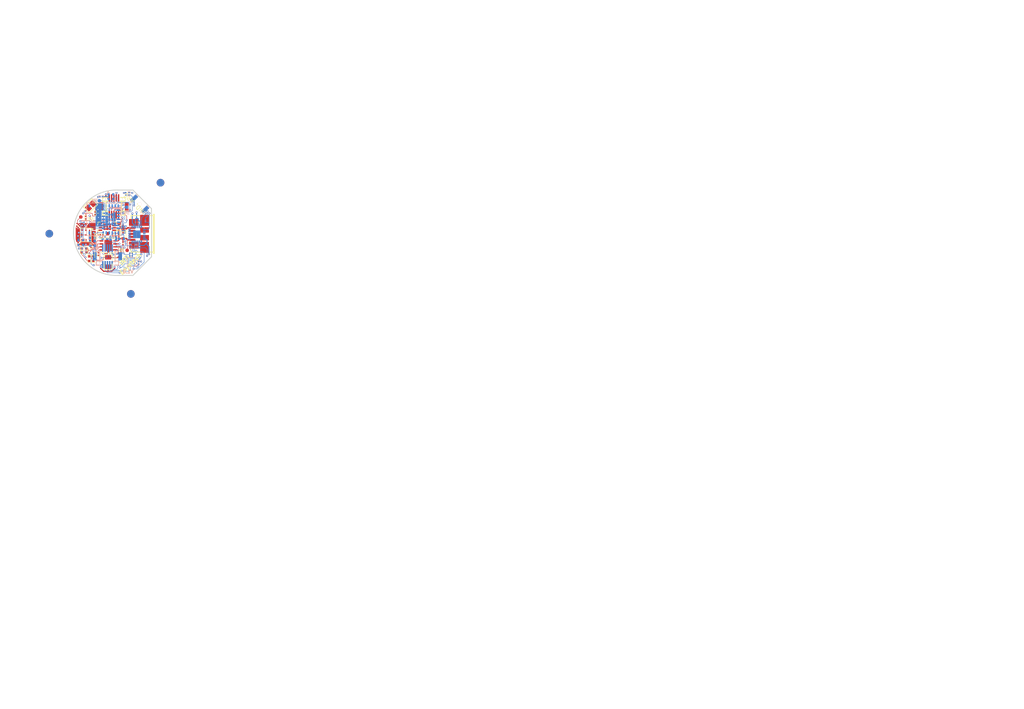
<source format=kicad_pcb>
(kicad_pcb (version 20171130) (host pcbnew 5.1.9-73d0e3b20d~88~ubuntu21.04.1)
  (title_block (title "Enye mini versión A") (date 2017-01-02) (rev 0.1) (company INTI/Enyetech) (comment 1 "Revisores: Alamon Diego, Brengi Diego,Scotti Noelia") (comment 2 "Licencia: BSD /Readme/LICENSE") (comment 3 "Autor: Villar Santiago"))
  (layers (0 F.Cu signal) (1 Señal_1 signal) (2 GND power) (3 Power_+3,3V power) (4 Señal_2 signal) (31 B.Cu signal) (34 B.Paste user) (35 F.Paste user) (36 B.SilkS user hide) (37 F.SilkS user) (38 B.Mask user) (39 F.Mask user hide) (44 Edge.Cuts user))
  (net 0 "")
  (net 1 GND)
  (net 2 +VBAT)
  (net 3 +3V3)
  (net 4 /~RESET_b)
  (net 5 /PTA9)
  (net 6 /RST_BT)
  (net 7 /EXT_WAKE_UP)
  (net 8 /SDA)
  (net 9 /SCL)
  (net 10 /SWD_DIO_MCU)
  (net 11 /SWD_CLK_MCU)
  (net 12 "Net-(D2-Pad3)")
  (net 13 "Net-(D2-Pad4)")
  (net 14 "Net-(D2-Pad2)")
  (net 15 "Net-(C15-Pad1)")
  (net 16 "Net-(J1-Pad10)")
  (net 17 /SWD_CLK_BT)
  (net 18 /SWD_DIO_BT)
  (net 19 /Vpp)
  (net 20 /SPIO_MISO)
  (net 21 /SPIO_MOSI)
  (net 22 /SPIO_SCK)
  (net 23 /SPI0_SS_b)
  (net 24 "Net-(R1-Pad2)")
  (net 25 "Net-(R2-Pad1)")
  (net 26 "Net-(R4-Pad2)")
  (net 27 "Net-(U2-PadB1)")
  (net 28 "Net-(U3-Pad7)")
  (net 29 "Net-(U5-Pad3)")
  (net 30 "Net-(U6-Pad2)")
  (net 31 "Net-(U6-Pad3)")
  (net 32 "Net-(U6-Pad4)")
  (net 33 "Net-(U6-Pad6)")
  (net 34 "Net-(U6-Pad7)")
  (net 35 "Net-(U6-Pad14)")
  (net 36 "Net-(U6-Pad15)")
  (net 37 "Net-(U6-Pad16)")
  (net 38 "Net-(U6-Pad17)")
  (net 39 "Net-(U6-Pad19)")
  (net 40 "Net-(U6-Pad5)")
  (net 41 "Net-(U6-Pad21)")
  (net 42 "Net-(USB1-Pad2)")
  (net 43 "Net-(USB1-Pad3)")
  (net 44 "Net-(USB1-Pad4)")
  (net 45 "Net-(U5-Pad12)")
  (net 46 "Net-(U5-Pad11)")
  (net 47 "Net-(U5-Pad37)")
  (net 48 "Net-(U5-Pad19)")
  (net 49 "Net-(U5-Pad30)")
  (net 50 "Net-(U5-Pad35)")
  (net 51 "Net-(U5-Pad36)")
  (net 52 "/Power Supply/VBUS")
  (net 53 "/Power Supply/VCC")
  (net 54 /XTAL32KP)
  (net 55 "Net-(C19-Pad2)")
  (net 56 /XTAL32KM)
  (net 57 "Net-(C21-Pad2)")
  (net 58 "/Power Supply/STAT")
  (net 59 "Net-(R15-Pad2)")
  (net 60 "Net-(R16-Pad2)")
  (net 61 /BT_UART0_RX)
  (net 62 /BT_UART0_TX)
  (net 63 "Net-(J2-Pad5)")
  (net 64 /LED_B_BT)
  (net 65 /LED_G_BT)
  (net 66 "Net-(D3-Pad1)")
  (net 67 /LED_R_BT)
  (net 68 /LED_R_MCU)
  (net 69 /LED_B_MCU)
  (net 70 /LED_G_MCU)
  (module footprints:r_0201 (layer B.Cu) (at 89.55 68.9 90)
    (fp_text reference R7 hide)
    (fp_text value 10K hide)
    (pad 1 smd rect (at -0.26 0 90) (size 0.28 0.3) (layers B.Cu B.Paste B.Mask) (net 3 +3V3))
    (pad 2 smd rect (at 0.26 0 90) (size 0.28 0.3) (layers B.Cu B.Paste B.Mask) (net 9 /SCL))
  )
  (module footprints:GS2 (layer F.Cu) (at 79.75 60.1 315)
    (fp_text reference GS2 hide)
    (fp_text value Rest_MCU hide)
    (pad 1 smd rect (at 0 -0.635 315) (size 1.27 0.9652) (layers F.Cu F.Paste F.Mask) (net 4 /~RESET_b))
    (pad 2 smd rect (at 0 0.635 315) (size 1.27 0.9652) (layers F.Cu F.Paste F.Mask) (net 1 GND))
  )
  (module footprints:SML-LX0404SIUPGUSB (layer B.Cu) (at 77.65 68 90)
    (fp_text reference D2 hide)
    (fp_text value LED_RABG hide)
    (pad 3 smd rect (at -0.5 -0.5 90) (size 0.45 0.45) (layers B.Cu B.Paste B.Mask) (net 12 "Net-(D2-Pad3)"))
    (pad 4 smd rect (at -0.5 0.5 90) (size 0.45 0.45) (layers B.Cu B.Paste B.Mask) (net 13 "Net-(D2-Pad4)"))
    (pad 1 smd rect (at 0.5 0.5 90) (size 0.45 0.45) (layers B.Cu B.Paste B.Mask) (net 3 +3V3))
    (pad 2 smd rect (at 0.5 -0.5 90) (size 0.45 0.45) (layers B.Cu B.Paste B.Mask) (net 14 "Net-(D2-Pad2)"))
  )
  (module footprints:r_0201 (layer B.Cu) (at 77.8 66.4 90)
    (fp_text reference R10 hide)
    (fp_text value 330 hide)
    (pad 1 smd rect (at -0.26 0 90) (size 0.28 0.3) (layers B.Cu B.Paste B.Mask) (net 14 "Net-(D2-Pad2)"))
    (pad 2 smd rect (at 0.26 0 90) (size 0.28 0.3) (layers B.Cu B.Paste B.Mask) (net 68 /LED_R_MCU))
  )
  (module footprints:B3U_3000PB (layer B.Cu) (at 90.352082 59.702082 135)
    (fp_text reference SW1 hide)
    (fp_text value SIDE_SW hide)
    (pad 1 smd rect (at -1.7 0 135) (size 0.8 1.7) (layers B.Cu B.Paste B.Mask) (net 1 GND))
    (pad 2 smd rect (at 1.7 0 135) (size 0.8 1.7) (layers B.Cu B.Paste B.Mask) (net 5 /PTA9))
    (pad "" np_thru_hole circle (at 0 0 135) (size 0.75 0.75) (drill 0.75) (layers *.Cu *.Mask B.SilkS))
  )
  (module footprints:c_0201 (layer F.Cu) (at 84.825 66.55 180)
    (fp_text reference C7 hide)
    (fp_text value 0.1uF hide)
    (pad 1 smd rect (at -0.26 0 180) (size 0.28 0.3) (layers F.Cu F.Paste F.Mask) (net 52 "/Power Supply/VBUS"))
    (pad 2 smd rect (at 0.26 0 180) (size 0.28 0.3) (layers F.Cu F.Paste F.Mask) (net 1 GND))
  )
  (module footprints:c_0201 (layer F.Cu) (at 84.825 66.05 180)
    (fp_text reference C1 hide)
    (fp_text value 4.7uF hide)
    (pad 1 smd rect (at -0.26 0 180) (size 0.28 0.3) (layers F.Cu F.Paste F.Mask) (net 52 "/Power Supply/VBUS"))
    (pad 2 smd rect (at 0.26 0 180) (size 0.28 0.3) (layers F.Cu F.Paste F.Mask) (net 1 GND))
  )
  (module footprints:r_0201 (layer F.Cu) (at 82.15 66.35)
    (fp_text reference R2 hide)
    (fp_text value 68K hide)
    (pad 1 smd rect (at -0.26 0) (size 0.28 0.3) (layers F.Cu F.Paste F.Mask) (net 25 "Net-(R2-Pad1)"))
    (pad 2 smd rect (at 0.26 0) (size 0.28 0.3) (layers F.Cu F.Paste F.Mask) (net 1 GND))
  )
  (module footprints:r_0201 (layer F.Cu) (at 79.85 68.8 270)
    (fp_text reference R1 hide)
    (fp_text value 49.9 hide)
    (pad 1 smd rect (at -0.26 0 270) (size 0.28 0.3) (layers F.Cu F.Paste F.Mask) (net 53 "/Power Supply/VCC"))
    (pad 2 smd rect (at 0.26 0 270) (size 0.28 0.3) (layers F.Cu F.Paste F.Mask) (net 24 "Net-(R1-Pad2)"))
  )
  (module footprints:c_0201 (layer F.Cu) (at 80.65 70.4)
    (fp_text reference C6 hide)
    (fp_text value 0.1uF hide)
    (pad 1 smd rect (at -0.26 0) (size 0.28 0.3) (layers F.Cu F.Paste F.Mask) (net 2 +VBAT))
    (pad 2 smd rect (at 0.26 0) (size 0.28 0.3) (layers F.Cu F.Paste F.Mask) (net 1 GND))
  )
  (module footprints:r_0201 (layer F.Cu) (at 80.75 61.7 270)
    (fp_text reference R8 hide)
    (fp_text value 4.7K hide)
    (pad 1 smd rect (at -0.26 0 270) (size 0.28 0.3) (layers F.Cu F.Paste F.Mask) (net 4 /~RESET_b))
    (pad 2 smd rect (at 0.26 0 270) (size 0.28 0.3) (layers F.Cu F.Paste F.Mask) (net 3 +3V3))
  )
  (module footprints:c_0201 (layer F.Cu) (at 81.35 61.7 270)
    (fp_text reference C16 hide)
    (fp_text value 0.1uF hide)
    (pad 1 smd rect (at -0.26 0 270) (size 0.28 0.3) (layers F.Cu F.Paste F.Mask) (net 4 /~RESET_b))
    (pad 2 smd rect (at 0.26 0 270) (size 0.28 0.3) (layers F.Cu F.Paste F.Mask) (net 1 GND))
  )
  (module footprints:r_0201 (layer F.Cu) (at 78.7 62.65 90)
    (fp_text reference R3 hide)
    (fp_text value DNP hide)
    (pad 1 smd rect (at -0.26 0 90) (size 0.28 0.3) (layers F.Cu F.Paste F.Mask) (net 58 "/Power Supply/STAT"))
    (pad 2 smd rect (at 0.26 0 90) (size 0.28 0.3) (layers F.Cu F.Paste F.Mask) (net 3 +3V3))
  )
  (module footprints:r_0201 (layer B.Cu) (at 88.05 57.5 90)
    (fp_text reference R9 hide)
    (fp_text value 10K hide)
    (pad 1 smd rect (at -0.26 0 90) (size 0.28 0.3) (layers B.Cu B.Paste B.Mask) (net 5 /PTA9))
    (pad 2 smd rect (at 0.26 0 90) (size 0.28 0.3) (layers B.Cu B.Paste B.Mask) (net 3 +3V3))
  )
  (module footprints:c_0201 (layer B.Cu) (at 87.35 57.5 90)
    (fp_text reference C17 hide)
    (fp_text value 0.1uF hide)
    (pad 1 smd rect (at -0.26 0 90) (size 0.28 0.3) (layers B.Cu B.Paste B.Mask) (net 5 /PTA9))
    (pad 2 smd rect (at 0.26 0 90) (size 0.28 0.3) (layers B.Cu B.Paste B.Mask) (net 1 GND))
  )
  (module footprints:c_0201 (layer B.Cu) (at 87.15 65.2 270)
    (fp_text reference C10 hide)
    (fp_text value 1uF hide)
    (pad 1 smd rect (at -0.26 0 270) (size 0.28 0.3) (layers B.Cu B.Paste B.Mask) (net 3 +3V3))
    (pad 2 smd rect (at 0.26 0 270) (size 0.28 0.3) (layers B.Cu B.Paste B.Mask) (net 1 GND))
  )
  (module footprints:c_0201 (layer B.Cu) (at 86.65 65.2 270)
    (fp_text reference C13 hide)
    (fp_text value 2.2uF hide)
    (pad 1 smd rect (at -0.26 0 270) (size 0.28 0.3) (layers B.Cu B.Paste B.Mask) (net 3 +3V3))
    (pad 2 smd rect (at 0.26 0 270) (size 0.28 0.3) (layers B.Cu B.Paste B.Mask) (net 1 GND))
  )
  (module footprints:c_0201 (layer B.Cu) (at 88.49 70.3 180)
    (fp_text reference C9 hide)
    (fp_text value 0.1uF hide)
    (pad 1 smd rect (at -0.26 0 180) (size 0.28 0.3) (layers B.Cu B.Paste B.Mask) (net 3 +3V3))
    (pad 2 smd rect (at 0.26 0 180) (size 0.28 0.3) (layers B.Cu B.Paste B.Mask) (net 1 GND))
  )
  (module footprints:c_0201 (layer B.Cu) (at 88.49 70.9 180)
    (fp_text reference C8 hide)
    (fp_text value 1uF hide)
    (pad 1 smd rect (at -0.26 0 180) (size 0.28 0.3) (layers B.Cu B.Paste B.Mask) (net 3 +3V3))
    (pad 2 smd rect (at 0.26 0 180) (size 0.28 0.3) (layers B.Cu B.Paste B.Mask) (net 1 GND))
  )
  (module footprints:r_0201 (layer B.Cu) (at 90.1 72.4 270)
    (fp_text reference R5 hide)
    (fp_text value 4.7K hide)
    (pad 1 smd rect (at -0.26 0 270) (size 0.28 0.3) (layers B.Cu B.Paste B.Mask) (net 3 +3V3))
    (pad 2 smd rect (at 0.26 0 270) (size 0.28 0.3) (layers B.Cu B.Paste B.Mask) (net 7 /EXT_WAKE_UP))
  )
  (module footprints:r_0201 (layer B.Cu) (at 78.75 69.5 270)
    (fp_text reference R13 hide)
    (fp_text value 220 hide)
    (pad 1 smd rect (at -0.26 0 270) (size 0.28 0.3) (layers B.Cu B.Paste B.Mask) (net 13 "Net-(D2-Pad4)"))
    (pad 2 smd rect (at 0.26 0 270) (size 0.28 0.3) (layers B.Cu B.Paste B.Mask) (net 70 /LED_G_MCU))
  )
  (module footprints:c_0201 (layer F.Cu) (at 86.15 64.3 270)
    (fp_text reference C2 hide)
    (fp_text value 4.7uF hide)
    (pad 1 smd rect (at -0.26 0 270) (size 0.28 0.3) (layers F.Cu F.Paste F.Mask) (net 2 +VBAT))
    (pad 2 smd rect (at 0.26 0 270) (size 0.28 0.3) (layers F.Cu F.Paste F.Mask) (net 1 GND))
  )
  (module footprints:c_0201 (layer F.Cu) (at 86.75 68.2 270)
    (fp_text reference C5 hide)
    (fp_text value 0.1uF hide)
    (pad 1 smd rect (at -0.26 0 270) (size 0.28 0.3) (layers F.Cu F.Paste F.Mask) (net 52 "/Power Supply/VBUS"))
    (pad 2 smd rect (at 0.26 0 270) (size 0.28 0.3) (layers F.Cu F.Paste F.Mask) (net 1 GND))
  )
  (module footprints:TPS2115A (layer F.Cu) (at 83.58 68.63 270)
    (fp_text reference U1 hide)
    (fp_text value TPS2115a hide)
    (pad 1 smd rect (at -0.97 1.47 270) (size 0.3 0.8) (layers F.Cu F.Paste F.Mask) (net 24 "Net-(R1-Pad2)"))
    (pad 2 smd rect (at -0.32 1.47 270) (size 0.3 0.8) (layers F.Cu F.Paste F.Mask) (net 59 "Net-(R15-Pad2)"))
    (pad 3 smd rect (at 0.32 1.47 270) (size 0.3 0.8) (layers F.Cu F.Paste F.Mask) (net 60 "Net-(R16-Pad2)"))
    (pad 4 smd rect (at 0.97 1.47 270) (size 0.3 0.8) (layers F.Cu F.Paste F.Mask) (net 26 "Net-(R4-Pad2)"))
    (pad 6 smd rect (at 0.32 -1.47 270) (size 0.3 0.8) (layers F.Cu F.Paste F.Mask) (net 2 +VBAT))
    (pad 7 smd rect (at -0.32 -1.47) (size 0.8 0.3) (layers F.Cu F.Paste F.Mask) (net 53 "/Power Supply/VCC"))
    (pad 8 smd rect (at -0.97 -1.47) (size 0.8 0.3) (layers F.Cu F.Paste F.Mask) (net 52 "/Power Supply/VBUS"))
    (pad 9 smd rect (at 0 0 270) (size 2.4 1.65) (layers F.Cu F.Paste F.Mask) (net 1 GND))
    (pad 5 smd rect (at 0.97 -1.47 270) (size 0.3 0.8) (layers F.Cu F.Paste F.Mask) (net 1 GND))
  )
  (module footprints:MKL03Z32CAF4R (layer B.Cu) (at 88.5 72.2 90)
    (fp_text reference U4 hide)
    (fp_text value MKL03Z32CAF4R hide)
    (pad D5 smd circle (at 0.8 -0.6 90) (size 0.26 0.26) (layers B.Cu B.Paste B.Mask) (net 68 /LED_R_MCU))
    (pad D3 smd circle (at 0 -0.6 90) (size 0.26 0.26) (layers B.Cu B.Paste B.Mask) (net 23 /SPI0_SS_b))
    (pad B3 smd circle (at 0 0.2 90) (size 0.26 0.26) (layers B.Cu B.Paste B.Mask) (net 70 /LED_G_MCU))
    (pad C5 smd circle (at 0.8 -0.2 90) (size 0.26 0.26) (layers B.Cu B.Paste B.Mask) (net 1 GND))
    (pad D2 smd circle (at -0.4 -0.6 90) (size 0.26 0.26) (layers B.Cu B.Paste B.Mask) (net 21 /SPIO_MOSI))
    (pad C2 smd circle (at -0.4 -0.2 90) (size 0.26 0.26) (layers B.Cu B.Paste B.Mask) (net 5 /PTA9))
    (pad A2 smd circle (at -0.4 0.6 90) (size 0.26 0.26) (layers B.Cu B.Paste B.Mask) (net 7 /EXT_WAKE_UP))
    (pad C4 smd circle (at 0.4 -0.2 90) (size 0.26 0.26) (layers B.Cu B.Paste B.Mask) (net 61 /BT_UART0_RX))
    (pad B1 smd circle (at -0.8 0.2 90) (size 0.26 0.26) (layers B.Cu B.Paste B.Mask) (net 6 /RST_BT))
    (pad D4 smd circle (at 0.4 -0.6 90) (size 0.26 0.26) (layers B.Cu B.Paste B.Mask) (net 20 /SPIO_MISO))
    (pad B5 smd circle (at 0.8 0.2 90) (size 0.26 0.26) (layers B.Cu B.Paste B.Mask) (net 3 +3V3))
    (pad C1 smd circle (at -0.8 -0.2 90) (size 0.26 0.26) (layers B.Cu B.Paste B.Mask) (net 22 /SPIO_SCK))
    (pad C3 smd circle (at 0 -0.2 90) (size 0.26 0.26) (layers B.Cu B.Paste B.Mask) (net 62 /BT_UART0_TX))
    (pad D1 smd circle (at -0.8 -0.6 90) (size 0.26 0.26) (layers B.Cu B.Paste B.Mask) (net 58 "/Power Supply/STAT"))
    (pad B2 smd circle (at -0.4 0.2 90) (size 0.26 0.26) (layers B.Cu B.Paste B.Mask) (net 8 /SDA))
    (pad B4 smd circle (at 0.4 0.2 90) (size 0.26 0.26) (layers B.Cu B.Paste B.Mask) (net 4 /~RESET_b))
    (pad A5 smd circle (at 0.8 0.6 90) (size 0.26 0.26) (layers B.Cu B.Paste B.Mask) (net 10 /SWD_DIO_MCU))
    (pad A1 smd circle (at -0.8 0.6 90) (size 0.26 0.26) (layers B.Cu B.Paste B.Mask) (net 9 /SCL))
    (pad A3 smd circle (at 0 0.6 90) (size 0.26 0.26) (layers B.Cu B.Paste B.Mask) (net 69 /LED_B_MCU))
    (pad A4 smd circle (at 0.4 0.6 90) (size 0.26 0.26) (layers B.Cu B.Paste B.Mask) (net 11 /SWD_CLK_MCU))
  )
  (module footprints:ABS05-32.768KHZ-9-T (layer B.Cu) (at 84.65 67.2 180)
    (fp_text reference Y1 hide)
    (fp_text value "32,768 kHz" hide)
    (pad 1 smd rect (at -0.6 0 180) (size 0.5 1) (layers B.Cu B.Paste B.Mask) (net 54 /XTAL32KP))
    (pad 2 smd rect (at 0.6 0 180) (size 0.5 1) (layers B.Cu B.Paste B.Mask) (net 56 /XTAL32KM))
  )
  (module footprints:r_0402 (layer F.Cu) (at 78.35 69.3)
    (fp_text reference R15 hide)
    (fp_text value "0 ohm" hide)
    (pad 1 smd rect (at -0.5 0) (size 0.5 0.5) (layers F.Cu F.Paste F.Mask) (net 2 +VBAT))
    (pad 2 smd rect (at 0.5 0) (size 0.5 0.5) (layers F.Cu F.Paste F.Mask) (net 59 "Net-(R15-Pad2)"))
  )
  (module footprints:r_0402 (layer F.Cu) (at 78.35 70.1 180)
    (fp_text reference R17 hide)
    (fp_text value DNP hide)
    (pad 1 smd rect (at -0.5 0 180) (size 0.5 0.5) (layers F.Cu F.Paste F.Mask) (net 59 "Net-(R15-Pad2)"))
    (pad 2 smd rect (at 0.5 0 180) (size 0.5 0.5) (layers F.Cu F.Paste F.Mask) (net 1 GND))
  )
  (module footprints:r_0402 (layer F.Cu) (at 79.45 71.5 270)
    (fp_text reference R18 hide)
    (fp_text value "0 ohm" hide)
    (pad 1 smd rect (at -0.5 0 270) (size 0.5 0.5) (layers F.Cu F.Paste F.Mask) (net 60 "Net-(R16-Pad2)"))
    (pad 2 smd rect (at 0.5 0 270) (size 0.5 0.5) (layers F.Cu F.Paste F.Mask) (net 1 GND))
  )
  (module footprints:r_0402 (layer F.Cu) (at 80.35 71.5 270)
    (fp_text reference R16 hide)
    (fp_text value DNP hide)
    (pad 1 smd rect (at -0.5 0 270) (size 0.5 0.5) (layers F.Cu F.Paste F.Mask) (net 2 +VBAT))
    (pad 2 smd rect (at 0.5 0 270) (size 0.5 0.5) (layers F.Cu F.Paste F.Mask) (net 60 "Net-(R16-Pad2)"))
  )
  (module footprints:c_0402 (layer B.Cu) (at 86.45 67.2)
    (fp_text reference C18 hide)
    (fp_text value 22pF hide)
    (pad 1 smd rect (at -0.5 0) (size 0.5 0.5) (layers B.Cu B.Paste B.Mask) (net 54 /XTAL32KP))
    (pad 2 smd rect (at 0.5 0) (size 0.5 0.5) (layers B.Cu B.Paste B.Mask) (net 1 GND))
  )
  (module footprints:c_0402 (layer B.Cu) (at 82.85 67.2 180)
    (fp_text reference C20 hide)
    (fp_text value 22pF hide)
    (pad 1 smd rect (at -0.5 0 180) (size 0.5 0.5) (layers B.Cu B.Paste B.Mask) (net 56 /XTAL32KM))
    (pad 2 smd rect (at 0.5 0 180) (size 0.5 0.5) (layers B.Cu B.Paste B.Mask) (net 1 GND))
  )
  (module footprints:r_0402 (layer B.Cu) (at 80.15 67)
    (fp_text reference R14 hide)
    (fp_text value "0 ohm" hide)
    (pad 1 smd rect (at -0.5 0) (size 0.5 0.5) (layers B.Cu B.Paste B.Mask) (net 55 "Net-(C19-Pad2)"))
    (pad 2 smd rect (at 0.5 0) (size 0.5 0.5) (layers B.Cu B.Paste B.Mask) (net 57 "Net-(C21-Pad2)"))
  )
  (module footprints:c_0402 (layer B.Cu) (at 79.65 68.2 90)
    (fp_text reference C19 hide)
    (fp_text value DNP hide)
    (pad 1 smd rect (at -0.5 0 90) (size 0.5 0.5) (layers B.Cu B.Paste B.Mask) (net 1 GND))
    (pad 2 smd rect (at 0.5 0 90) (size 0.5 0.5) (layers B.Cu B.Paste B.Mask) (net 55 "Net-(C19-Pad2)"))
  )
  (module footprints:c_0402 (layer B.Cu) (at 80.65 68.2 90)
    (fp_text reference C21 hide)
    (fp_text value DNP hide)
    (pad 1 smd rect (at -0.5 0 90) (size 0.5 0.5) (layers B.Cu B.Paste B.Mask) (net 1 GND))
    (pad 2 smd rect (at 0.5 0 90) (size 0.5 0.5) (layers B.Cu B.Paste B.Mask) (net 57 "Net-(C21-Pad2)"))
  )
  (module footprints:c_0201 (layer B.Cu) (at 91.6 63.39 90)
    (fp_text reference C14 hide)
    (fp_text value 10nF hide)
    (pad 1 smd rect (at -0.26 0 90) (size 0.28 0.3) (layers B.Cu B.Paste B.Mask) (net 3 +3V3))
    (pad 2 smd rect (at 0.26 0 90) (size 0.28 0.3) (layers B.Cu B.Paste B.Mask) (net 1 GND))
  )
  (module footprints:c_0201 (layer B.Cu) (at 89.45 63.6 90)
    (fp_text reference C12 hide)
    (fp_text value 0.1uF hide)
    (pad 1 smd rect (at -0.26 0 90) (size 0.28 0.3) (layers B.Cu B.Paste B.Mask) (net 3 +3V3))
    (pad 2 smd rect (at 0.26 0 90) (size 0.28 0.3) (layers B.Cu B.Paste B.Mask) (net 1 GND))
  )
  (module footprints:SOD-323 (layer F.Cu) (at 86.75 66.1 90)
    (fp_text reference D1 hide)
    (fp_text value ESD5V0D3-TP hide)
    (pad 1 smd rect (at -1.05 0 90) (size 0.58 0.68) (layers F.Cu F.Paste F.Mask) (net 52 "/Power Supply/VBUS"))
    (pad 2 smd rect (at 1.05 0 90) (size 0.58 0.68) (layers F.Cu F.Paste F.Mask) (net 1 GND))
  )
  (module footprints:conn_usb_B_micro_smd (layer F.Cu) (at 91.4 66.14 90)
    (fp_text reference USB1 hide)
    (fp_text value USB-MICRO hide)
    (pad "" smd rect (at -0.84 0 90) (size 1.17 1.9) (layers F.Cu F.Paste F.Mask))
    (pad "" smd rect (at 0.84 0 90) (size 1.17 1.9) (layers F.Cu F.Paste F.Mask))
    (pad "" smd rect (at 2.91 0 90) (size 2.37 1.9) (layers F.Cu F.Paste F.Mask))
    (pad "" smd rect (at -2.91 0 90) (size 2.37 1.9) (layers F.Cu F.Paste F.Mask))
    (pad "" smd rect (at 2.46 -2.3 90) (size 1.47 2.1) (layers F.Cu F.Paste F.Mask))
    (pad "" smd rect (at -2.46 -2.3 90) (size 1.47 2.1) (layers F.Cu F.Paste F.Mask))
    (pad 1 smd rect (at -1.3 -2.66 90) (size 0.45 1.38) (layers F.Cu F.Paste F.Mask) (net 52 "/Power Supply/VBUS"))
    (pad 2 smd rect (at -0.65 -2.66 90) (size 0.45 1.38) (layers F.Cu F.Paste F.Mask) (net 42 "Net-(USB1-Pad2)"))
    (pad 3 smd rect (at 0 -2.66 90) (size 0.45 1.38) (layers F.Cu F.Paste F.Mask) (net 43 "Net-(USB1-Pad3)"))
    (pad 4 smd rect (at 0.65 -2.66 90) (size 0.45 1.38) (layers F.Cu F.Paste F.Mask) (net 44 "Net-(USB1-Pad4)"))
    (pad 5 smd rect (at 1.3 -2.66 90) (size 0.45 1.38) (layers F.Cu F.Paste F.Mask) (net 1 GND))
  )
  (module footprints:c_0201 (layer F.Cu) (at 77.25 64.6 225)
    (fp_text reference C4 hide)
    (fp_text value 0.1uF hide)
    (pad 1 smd rect (at -0.26 0 225) (size 0.28 0.3) (layers F.Cu F.Paste F.Mask) (net 3 +3V3))
    (pad 2 smd rect (at 0.26 0 225) (size 0.28 0.3) (layers F.Cu F.Paste F.Mask) (net 1 GND))
  )
  (module footprints:r_0201 (layer B.Cu) (at 88.35 68.9 90)
    (fp_text reference R6 hide)
    (fp_text value 10K hide)
    (pad 1 smd rect (at -0.26 0 90) (size 0.28 0.3) (layers B.Cu B.Paste B.Mask) (net 3 +3V3))
    (pad 2 smd rect (at 0.26 0 90) (size 0.28 0.3) (layers B.Cu B.Paste B.Mask) (net 8 /SDA))
  )
  (module footprints:c_0201 (layer B.Cu) (at 90.05 63.6 90)
    (fp_text reference C15 hide)
    (fp_text value 0.1uF hide)
    (pad 1 smd rect (at -0.26 0 90) (size 0.28 0.3) (layers B.Cu B.Paste B.Mask) (net 15 "Net-(C15-Pad1)"))
    (pad 2 smd rect (at 0.26 0 90) (size 0.28 0.3) (layers B.Cu B.Paste B.Mask) (net 1 GND))
  )
  (module footprints:c_0201 (layer B.Cu) (at 90.35 68.9 90)
    (fp_text reference C11 hide)
    (fp_text value 0.1uF hide)
    (pad 1 smd rect (at -0.26 0 90) (size 0.28 0.3) (layers B.Cu B.Paste B.Mask) (net 3 +3V3))
    (pad 2 smd rect (at 0.26 0 90) (size 0.28 0.3) (layers B.Cu B.Paste B.Mask) (net 1 GND))
  )
  (module footprints:r_0201 (layer F.Cu) (at 81.45 70.5 90)
    (fp_text reference R4 hide)
    (fp_text value 1.5K hide)
    (pad 1 smd rect (at -0.26 0 90) (size 0.28 0.3) (layers F.Cu F.Paste F.Mask) (net 1 GND))
    (pad 2 smd rect (at 0.26 0 90) (size 0.28 0.3) (layers F.Cu F.Paste F.Mask) (net 26 "Net-(R4-Pad2)"))
  )
  (module footprints:c_0201 (layer F.Cu) (at 76.95 64.3 225)
    (fp_text reference C22 hide)
    (fp_text value 4.7uF hide)
    (pad 1 smd rect (at -0.26 0 225) (size 0.28 0.3) (layers F.Cu F.Paste F.Mask) (net 3 +3V3))
    (pad 2 smd rect (at 0.26 0 225) (size 0.28 0.3) (layers F.Cu F.Paste F.Mask) (net 1 GND))
  )
  (module footprints:r_0201 (layer B.Cu) (at 77.95 69.6 270)
    (fp_text reference R12 hide)
    (fp_text value 220 hide)
    (pad 1 smd rect (at -0.26 0 270) (size 0.28 0.3) (layers B.Cu B.Paste B.Mask) (net 12 "Net-(D2-Pad3)"))
    (pad 2 smd rect (at 0.26 0 270) (size 0.28 0.3) (layers B.Cu B.Paste B.Mask) (net 69 /LED_B_MCU))
  )
  (module "footprints:df12(3.0)-10dp-0.5v" (layer F.Cu) (at 84.79784 60.20422)
    (fp_text reference J1 hide)
    (fp_text value DF12D-3.0-10DP-0.5V-81 hide)
    (pad "" np_thru_hole circle (at 2.05 -1.5) (size 0.6 0.6) (drill 0.5969) (layers *.Cu *.Mask F.SilkS))
    (pad "" np_thru_hole circle (at -2.05 -1.5) (size 0.6 0.6) (drill 0.5969) (layers *.Cu *.Mask F.SilkS))
    (pad 10 smd rect (at 1 -1.8) (size 0.3 1.6) (layers F.Cu F.Paste F.Mask) (net 16 "Net-(J1-Pad10)") (clearance 0.19558))
    (pad 9 smd rect (at 0.5 -1.8) (size 0.3 1.6) (layers F.Cu F.Paste F.Mask) (net 4 /~RESET_b) (clearance 0.19558))
    (pad 8 smd rect (at 0 -1.8) (size 0.3 1.6) (layers F.Cu F.Paste F.Mask) (net 10 /SWD_DIO_MCU) (clearance 0.19558))
    (pad 7 smd rect (at -0.5 -1.8) (size 0.3 1.6) (layers F.Cu F.Paste F.Mask) (net 11 /SWD_CLK_MCU) (clearance 0.19558))
    (pad 6 smd rect (at -1 -1.8) (size 0.3 1.6) (layers F.Cu F.Paste F.Mask) (net 1 GND) (clearance 0.19558))
    (pad 5 smd rect (at -1 1.8) (size 0.3 1.6) (layers F.Cu F.Paste F.Mask) (net 6 /RST_BT) (clearance 0.19558))
    (pad 4 smd rect (at -0.5 1.8) (size 0.3 1.6) (layers F.Cu F.Paste F.Mask) (net 17 /SWD_CLK_BT) (clearance 0.19558))
    (pad 3 smd rect (at 0 1.8) (size 0.3 1.6) (layers F.Cu F.Paste F.Mask) (net 18 /SWD_DIO_BT) (clearance 0.19558))
    (pad 2 smd rect (at 0.5 1.8) (size 0.3 1.6) (layers F.Cu F.Paste F.Mask) (net 19 /Vpp) (clearance 0.19558))
    (pad 1 smd rect (at 1 1.8) (size 0.3 1.6) (layers F.Cu F.Paste F.Mask) (net 3 +3V3) (clearance 0.19558))
    (pad "" smd rect (at -2.75 0) (size 0.8 1.8) (layers F.Cu F.Paste F.Mask))
    (pad "" smd rect (at 2.75 0) (size 0.8 1.8) (layers F.Cu F.Paste F.Mask))
  )
  (module "footprints:df12(3.0)-10dp-0.5v" (layer B.Cu) (at 83.4 71)
    (fp_text reference J2 hide)
    (fp_text value DF12D-3.0-10DP-0.5V-81 hide)
    (pad "" np_thru_hole circle (at 2.05 1.5) (size 0.6 0.6) (drill 0.5969) (layers *.Cu *.Mask B.SilkS))
    (pad "" np_thru_hole circle (at -2.05 1.5) (size 0.6 0.6) (drill 0.5969) (layers *.Cu *.Mask B.SilkS))
    (pad 10 smd rect (at 1 1.8) (size 0.3 1.6) (layers B.Cu B.Paste B.Mask) (net 20 /SPIO_MISO) (clearance 0.19558))
    (pad 9 smd rect (at 0.5 1.8) (size 0.3 1.6) (layers B.Cu B.Paste B.Mask) (net 21 /SPIO_MOSI) (clearance 0.19558))
    (pad 8 smd rect (at 0 1.8) (size 0.3 1.6) (layers B.Cu B.Paste B.Mask) (net 22 /SPIO_SCK) (clearance 0.19558))
    (pad 7 smd rect (at -0.5 1.8) (size 0.3 1.6) (layers B.Cu B.Paste B.Mask) (net 23 /SPI0_SS_b) (clearance 0.19558))
    (pad 6 smd rect (at -1 1.8) (size 0.3 1.6) (layers B.Cu B.Paste B.Mask) (net 1 GND) (clearance 0.19558))
    (pad 5 smd rect (at -1 -1.8) (size 0.3 1.6) (layers B.Cu B.Paste B.Mask) (net 63 "Net-(J2-Pad5)") (clearance 0.19558))
    (pad 4 smd rect (at -0.5 -1.8) (size 0.3 1.6) (layers B.Cu B.Paste B.Mask) (net 8 /SDA) (clearance 0.19558))
    (pad 3 smd rect (at 0 -1.8) (size 0.3 1.6) (layers B.Cu B.Paste B.Mask) (net 9 /SCL) (clearance 0.19558))
    (pad 2 smd rect (at 0.5 -1.8) (size 0.3 1.6) (layers B.Cu B.Paste B.Mask) (net 4 /~RESET_b) (clearance 0.19558))
    (pad 1 smd rect (at 1 -1.8) (size 0.3 1.6) (layers B.Cu B.Paste B.Mask) (net 3 +3V3) (clearance 0.19558))
    (pad "" smd rect (at -2.75 0) (size 0.8 1.8) (layers B.Cu B.Paste B.Mask))
    (pad "" smd rect (at 2.75 0) (size 0.8 1.8) (layers B.Cu B.Paste B.Mask))
  )
  (module footprints:c_0201 (layer F.Cu) (at 77.25 68.2 135)
    (fp_text reference C3 hide)
    (fp_text value 4.7uF hide)
    (pad 1 smd rect (at -0.26 0 135) (size 0.28 0.3) (layers F.Cu F.Paste F.Mask) (net 53 "/Power Supply/VCC"))
    (pad 2 smd rect (at 0.26 0 135) (size 0.28 0.3) (layers F.Cu F.Paste F.Mask) (net 1 GND))
  )
  (module footprints:LBCA2A2HNZYZ-711 (layer B.Cu) (at 84.13 63 270)
    (fp_text reference U5 hide)
    (fp_text value LBCA2HNZYZ-711 hide)
    (pad 16 smd rect (at 0.65 1.6 270) (size 0.35 0.65) (layers B.Cu B.Paste B.Mask) (net 1 GND))
    (pad 17 smd rect (at 0 1.6 270) (size 0.35 0.65) (layers B.Cu B.Paste B.Mask) (net 1 GND))
    (pad 18 smd rect (at -0.65 1.6 270) (size 0.35 0.65) (layers B.Cu B.Paste B.Mask) (net 1 GND))
    (pad 19 smd rect (at -1.3 1.6 270) (size 0.35 0.65) (layers B.Cu B.Paste B.Mask) (net 48 "Net-(U5-Pad19)"))
    (pad 20 smd rect (at -1.95 1.6 270) (size 0.35 0.65) (layers B.Cu B.Paste B.Mask) (net 1 GND))
    (pad 21 smd rect (at -2.9 1.63 270) (size 0.65 0.35) (layers B.Cu B.Paste B.Mask) (net 1 GND))
    (pad 22 smd rect (at -2.9 0.98 270) (size 0.65 0.35) (layers B.Cu B.Paste B.Mask) (net 67 /LED_R_BT))
    (pad 23 smd rect (at -2.9 0.33 270) (size 0.65 0.35) (layers B.Cu B.Paste B.Mask) (net 64 /LED_B_BT))
    (pad 24 smd rect (at -2.9 -0.32 270) (size 0.65 0.35) (layers B.Cu B.Paste B.Mask) (net 62 /BT_UART0_TX))
    (pad 7 smd rect (at 1.95 -1.6 270) (size 0.35 0.65) (layers B.Cu B.Paste B.Mask) (net 3 +3V3))
    (pad 6 smd rect (at 1.3 -1.6 270) (size 0.35 0.65) (layers B.Cu B.Paste B.Mask) (net 1 GND))
    (pad 5 smd rect (at 0.65 -1.6 270) (size 0.35 0.65) (layers B.Cu B.Paste B.Mask) (net 18 /SWD_DIO_BT))
    (pad 4 smd rect (at 0 -1.6 270) (size 0.35 0.65) (layers B.Cu B.Paste B.Mask) (net 17 /SWD_CLK_BT))
    (pad 3 smd rect (at -0.65 -1.6 270) (size 0.35 0.65) (layers B.Cu B.Paste B.Mask) (net 29 "Net-(U5-Pad3)"))
    (pad 2 smd rect (at -1.3 -1.6 270) (size 0.35 0.65) (layers B.Cu B.Paste B.Mask) (net 65 /LED_G_BT))
    (pad 1 smd rect (at -1.95 -1.6 270) (size 0.35 0.65) (layers B.Cu B.Paste B.Mask) (net 61 /BT_UART0_RX))
    (pad 26 smd rect (at -2.9 -1.62 270) (size 0.65 0.35) (layers B.Cu B.Paste B.Mask) (net 1 GND))
    (pad 25 smd rect (at -2.9 -0.97 270) (size 0.65 0.35) (layers B.Cu B.Paste B.Mask) (net 6 /RST_BT))
    (pad 36 smd rect (at 2.9 4.63 270) (size 0.65 0.35) (layers B.Cu B.Paste B.Mask) (net 51 "Net-(U5-Pad36)"))
    (pad 29 smd rect (at 1 -0.32 270) (size 0.65 0.35) (layers B.Cu B.Paste B.Mask) (net 1 GND))
    (pad 8 smd rect (at 2.9 -1.62 270) (size 0.65 0.35) (layers B.Cu B.Paste B.Mask) (net 1 GND))
    (pad 9 smd rect (at 2.9 -0.97 270) (size 0.65 0.35) (layers B.Cu B.Paste B.Mask) (net 54 /XTAL32KP))
    (pad 10 smd rect (at 2.9 -0.32 270) (size 0.65 0.35) (layers B.Cu B.Paste B.Mask) (net 56 /XTAL32KM))
    (pad 11 smd rect (at 2.9 0.33 270) (size 0.65 0.35) (layers B.Cu B.Paste B.Mask) (net 46 "Net-(U5-Pad11)"))
    (pad 12 smd rect (at 2.9 0.98 270) (size 0.65 0.35) (layers B.Cu B.Paste B.Mask) (net 45 "Net-(U5-Pad12)"))
    (pad 13 smd rect (at 2.9 1.63 270) (size 0.65 0.35) (layers B.Cu B.Paste B.Mask) (net 57 "Net-(C21-Pad2)"))
    (pad 14 smd rect (at 1.95 1.6 270) (size 0.35 0.65) (layers B.Cu B.Paste B.Mask) (net 55 "Net-(C19-Pad2)"))
    (pad 15 smd rect (at 1.3 1.6 270) (size 0.35 0.65) (layers B.Cu B.Paste B.Mask) (net 1 GND))
    (pad 28 smd rect (at 0 -0.32 270) (size 0.65 0.35) (layers B.Cu B.Paste B.Mask) (net 1 GND))
    (pad 27 smd rect (at -1 -0.32 270) (size 0.65 0.35) (layers B.Cu B.Paste B.Mask) (net 1 GND))
    (pad 30 smd rect (at 1.95 -0.32 270) (size 0.35 0.35) (layers B.Cu B.Paste B.Mask) (net 49 "Net-(U5-Pad30)"))
    (pad 35 smd rect (at -1.95 0.33 270) (size 0.35 0.35) (layers B.Cu B.Paste B.Mask) (net 50 "Net-(U5-Pad35)"))
    (pad 34 smd rect (at -1 0.33 270) (size 0.65 0.35) (layers B.Cu B.Paste B.Mask) (net 1 GND))
    (pad 33 smd rect (at 0 0.33 270) (size 0.65 0.35) (layers B.Cu B.Paste B.Mask) (net 1 GND))
    (pad 32 smd rect (at 1 0.33 270) (size 0.65 0.35) (layers B.Cu B.Paste B.Mask) (net 1 GND))
    (pad 31 smd rect (at 1.95 0.33 270) (size 0.35 0.35) (layers B.Cu B.Paste B.Mask) (net 19 /Vpp))
    (pad 37 smd rect (at -2.9 4.63 270) (size 0.65 0.35) (layers B.Cu B.Paste B.Mask) (net 47 "Net-(U5-Pad37)"))
  )
  (module footprints:MPU-9250 (layer B.Cu) (at 89.75 66.24 90)
    (fp_text reference U6 hide)
    (fp_text value MPU-9250 hide)
    (pad 1 smd rect (at -1 -1.6 90) (size 0.25 0.55) (layers B.Cu B.Paste B.Mask) (net 3 +3V3))
    (pad 2 smd rect (at -0.6 -1.6 90) (size 0.25 0.55) (layers B.Cu B.Paste B.Mask) (net 30 "Net-(U6-Pad2)"))
    (pad 3 smd rect (at -0.2 -1.6 90) (size 0.25 0.55) (layers B.Cu B.Paste B.Mask) (net 31 "Net-(U6-Pad3)"))
    (pad 4 smd rect (at 0.2 -1.6 90) (size 0.25 0.55) (layers B.Cu B.Paste B.Mask) (net 32 "Net-(U6-Pad4)"))
    (pad 6 smd rect (at 1 -1.6 90) (size 0.25 0.55) (layers B.Cu B.Paste B.Mask) (net 33 "Net-(U6-Pad6)"))
    (pad 7 smd rect (at 1.6 -1 90) (size 0.55 0.25) (layers B.Cu B.Paste B.Mask) (net 34 "Net-(U6-Pad7)"))
    (pad 8 smd rect (at 1.6 -0.6 90) (size 0.55 0.25) (layers B.Cu B.Paste B.Mask) (net 3 +3V3))
    (pad 9 smd rect (at 1.6 -0.2 90) (size 0.55 0.25) (layers B.Cu B.Paste B.Mask) (net 3 +3V3))
    (pad 10 smd rect (at 1.6 0.2 90) (size 0.55 0.25) (layers B.Cu B.Paste B.Mask) (net 15 "Net-(C15-Pad1)"))
    (pad 25 smd rect (at 0.4 -0.4 90) (size 0.85 0.8) (layers B.Cu B.Paste B.Mask))
    (pad 25 smd rect (at -0.4 -0.4 90) (size 0.85 0.8) (layers B.Cu B.Paste B.Mask))
    (pad 25 smd rect (at -0.4 0.4 90) (size 0.85 0.8) (layers B.Cu B.Paste B.Mask))
    (pad 25 smd rect (at 0.4 0.4 90) (size 0.85 0.8) (layers B.Cu B.Paste B.Mask))
    (pad 11 smd rect (at 1.6 0.6 90) (size 0.55 0.25) (layers B.Cu B.Paste B.Mask) (net 1 GND))
    (pad 12 smd rect (at 1.6 1 90) (size 0.55 0.25) (layers B.Cu B.Paste B.Mask) (net 7 /EXT_WAKE_UP))
    (pad 13 smd rect (at 1 1.6 90) (size 0.25 0.55) (layers B.Cu B.Paste B.Mask) (net 3 +3V3))
    (pad 14 smd rect (at 0.6 1.6 90) (size 0.25 0.55) (layers B.Cu B.Paste B.Mask) (net 35 "Net-(U6-Pad14)"))
    (pad 15 smd rect (at 0.2 1.6 90) (size 0.25 0.55) (layers B.Cu B.Paste B.Mask) (net 36 "Net-(U6-Pad15)"))
    (pad 16 smd rect (at -0.2 1.6 90) (size 0.25 0.55) (layers B.Cu B.Paste B.Mask) (net 37 "Net-(U6-Pad16)"))
    (pad 17 smd rect (at -0.6 1.6 90) (size 0.25 0.55) (layers B.Cu B.Paste B.Mask) (net 38 "Net-(U6-Pad17)"))
    (pad 18 smd rect (at -1 1.6 90) (size 0.25 0.55) (layers B.Cu B.Paste B.Mask) (net 1 GND))
    (pad 19 smd rect (at -1.6 1 90) (size 0.55 0.25) (layers B.Cu B.Paste B.Mask) (net 39 "Net-(U6-Pad19)"))
    (pad 20 smd rect (at -1.6 0.6 90) (size 0.55 0.25) (layers B.Cu B.Paste B.Mask) (net 1 GND))
    (pad 5 smd rect (at 0.6 -1.6 90) (size 0.25 0.55) (layers B.Cu B.Paste B.Mask) (net 40 "Net-(U6-Pad5)"))
    (pad 21 smd rect (at -1.6 0.2 90) (size 0.55 0.25) (layers B.Cu B.Paste B.Mask) (net 41 "Net-(U6-Pad21)"))
    (pad 22 smd rect (at -1.6 -0.2 90) (size 0.55 0.25) (layers B.Cu B.Paste B.Mask) (net 3 +3V3))
    (pad 23 smd rect (at -1.6 -0.6 90) (size 0.55 0.25) (layers B.Cu B.Paste B.Mask) (net 9 /SCL))
    (pad 24 smd rect (at -1.6 -1 90) (size 0.55 0.25) (layers B.Cu B.Paste B.Mask) (net 8 /SDA))
  )
  (module footprints:SML-LX0404SIUPGUSB (layer B.Cu) (at 84.15 58.1 180)
    (fp_text reference D3 hide)
    (fp_text value LED_RABG hide)
    (pad 3 smd rect (at -0.5 -0.5 180) (size 0.45 0.45) (layers B.Cu B.Paste B.Mask) (net 64 /LED_B_BT))
    (pad 4 smd rect (at -0.5 0.5 180) (size 0.45 0.45) (layers B.Cu B.Paste B.Mask) (net 65 /LED_G_BT))
    (pad 1 smd rect (at 0.5 0.5 180) (size 0.45 0.45) (layers B.Cu B.Paste B.Mask) (net 66 "Net-(D3-Pad1)"))
    (pad 2 smd rect (at 0.5 -0.5 180) (size 0.45 0.45) (layers B.Cu B.Paste B.Mask) (net 67 /LED_R_BT))
  )
  (module footprints:r_0201 (layer B.Cu) (at 82.05 58.1 180)
    (fp_text reference R19 hide)
    (fp_text value 330 hide)
    (pad 1 smd rect (at -0.26 0 180) (size 0.28 0.3) (layers B.Cu B.Paste B.Mask) (net 66 "Net-(D3-Pad1)"))
    (pad 2 smd rect (at 0.26 0 180) (size 0.28 0.3) (layers B.Cu B.Paste B.Mask) (net 3 +3V3))
  )
  (module footprints:FIDUCIAL_65MIL (layer B.Cu) (at 94.85 55.1)
    (fp_text reference F1 hide)
    (fp_text value CONN_1 hide)
    (pad "" smd circle (at 0 0) (size 1.651 1.651) (layers B.Cu B.Mask) (clearance 1.0795))
  )
  (module footprints:FIDUCIAL_65MIL (layer B.Cu) (at 88.45 79.1)
    (fp_text reference F2 hide)
    (fp_text value CONN_1 hide)
    (pad "" smd circle (at 0 0) (size 1.651 1.651) (layers B.Cu B.Mask) (clearance 1.0795))
  )
  (module footprints:FIDUCIAL_65MIL (layer B.Cu) (at 70.85 66.1)
    (fp_text reference F3 hide)
    (fp_text value CONN_1 hide)
    (pad "" smd circle (at 0 0) (size 1.651 1.651) (layers B.Cu B.Mask) (clearance 1.0795))
  )
  (module footprints:FIDUCIAL_65MIL (layer F.Cu) (at 70.85 66.1)
    (fp_text reference F4 hide)
    (fp_text value CONN_1 hide)
    (pad "" smd circle (at 0 0) (size 1.651 1.651) (layers F.Cu F.Mask) (clearance 1.0795))
  )
  (module footprints:FIDUCIAL_65MIL (layer F.Cu) (at 88.45 79.1)
    (fp_text reference F5 hide)
    (fp_text value CONN_1 hide)
    (pad "" smd circle (at 0 0) (size 1.651 1.651) (layers F.Cu F.Mask) (clearance 1.0795))
  )
  (module footprints:FIDUCIAL_65MIL (layer F.Cu) (at 94.85 55.1)
    (fp_text reference F6 hide)
    (fp_text value CONN_1 hide)
    (pad "" smd circle (at 0 0) (size 1.651 1.651) (layers F.Cu F.Mask) (clearance 1.0795))
  )
  (module footprints:TESTPOINT (layer F.Cu) (at 87.65 69.7)
    (fp_text reference TP1 (at -1.1 0) (layer F.SilkS) (effects (font (size 0.7112 0.4572) (thickness 0.1016))))
    (fp_text value TESTPOINT hide)
    (pad 1 smd circle (at 0 0) (size 0.762 0.762) (layers F.Cu F.Paste F.Mask) (net 52 "/Power Supply/VBUS"))
  )
  (module footprints:TESTPOINT (layer F.Cu) (at 83.45 66.1)
    (fp_text reference TP2 (at -2.5 0.5 90) (layer F.SilkS) (effects (font (size 0.7112 0.4572) (thickness 0.1016))))
    (fp_text value TESTPOINT hide)
    (pad 1 smd circle (at 0 0) (size 0.762 0.762) (layers F.Cu F.Paste F.Mask) (net 53 "/Power Supply/VCC"))
  )
  (module footprints:TESTPOINT (layer F.Cu) (at 77.65 62.5)
    (fp_text reference TP3 (at 2.1 0.5) (layer F.SilkS) (effects (font (size 0.7112 0.4572) (thickness 0.1016))))
    (fp_text value TESTPOINT hide)
    (pad 1 smd circle (at 0 0) (size 0.762 0.762) (layers F.Cu F.Paste F.Mask) (net 3 +3V3))
  )
  (module footprints:TESTPOINT (layer B.Cu) (at 87.55 60.4)
    (fp_text reference TP4 (at 0 1.3) (layer B.SilkS) (effects (font (size 0.7112 0.4572) (thickness 0.1016)) (justify mirror)))
    (fp_text value TESTPOINT hide)
    (pad 1 smd circle (at 0 0) (size 0.762 0.762) (layers B.Cu B.Paste B.Mask) (net 61 /BT_UART0_RX))
  )
  (module footprints:TESTPOINT (layer B.Cu) (at 81.65 59)
    (fp_text reference TP5 (at -1 0) (layer B.SilkS) (effects (font (size 0.7112 0.4572) (thickness 0.1016)) (justify mirror)))
    (fp_text value TESTPOINT hide)
    (pad 1 smd circle (at 0 0) (size 0.762 0.762) (layers B.Cu B.Paste B.Mask) (net 62 /BT_UART0_TX))
  )
  (module footprints:BAT_CON (layer F.Cu) (at 83.55 72.6)
    (fp_text reference BT1 hide)
    (fp_text value DNP hide)
    (pad 1 smd rect (at 0 -1.397) (size 1.3 0.95) (layers F.Cu F.Paste F.Mask) (net 2 +VBAT))
    (pad 2 smd rect (at 0 0.635) (size 1.3 0.95) (layers F.Cu F.Paste F.Mask) (net 1 GND))
  )
  (module footprints:TPS82740B (layer F.Cu) (at 78.727676 66.374572 270)
    (fp_text reference U2 hide)
    (fp_text value TPS82740B hide)
    (pad B2 smd circle (at 0 0 270) (size 0.3 0.3) (layers F.Cu F.Paste F.Mask) (net 1 GND))
    (pad A2 smd circle (at 0 -0.8 270) (size 0.3 0.3) (layers F.Cu F.Paste F.Mask) (net 53 "/Power Supply/VCC"))
    (pad B1 smd circle (at -1 0 270) (size 0.3 0.3) (layers F.Cu F.Paste F.Mask) (net 27 "Net-(U2-PadB1)"))
    (pad B3 smd circle (at 1 0 270) (size 0.3 0.3) (layers F.Cu F.Paste F.Mask) (net 53 "/Power Supply/VCC"))
    (pad A1 smd circle (at -1 -0.8 270) (size 0.3 0.3) (layers F.Cu F.Paste F.Mask) (net 53 "/Power Supply/VCC"))
    (pad C2 smd circle (at 0 0.8 270) (size 0.3 0.3) (layers F.Cu F.Paste F.Mask) (net 1 GND))
    (pad A3 smd circle (at 1 -0.8 270) (size 0.3 0.3) (layers F.Cu F.Paste F.Mask) (net 53 "/Power Supply/VCC"))
    (pad C1 smd circle (at -1 0.8 270) (size 0.3 0.3) (layers F.Cu F.Paste F.Mask) (net 3 +3V3))
    (pad C3 smd circle (at 1 0.8 270) (size 0.3 0.3) (layers F.Cu F.Paste F.Mask) (net 53 "/Power Supply/VCC"))
  )
  (module footprints:MCP73821 (layer F.Cu) (at 83.35 64.6 90)
    (fp_text reference U3 hide)
    (fp_text value MCP73831 hide)
    (pad 1 smd rect (at -0.75 1.45 90) (size 0.3 0.75) (layers F.Cu F.Paste F.Mask) (net 52 "/Power Supply/VBUS"))
    (pad 2 smd rect (at -0.25 1.45 90) (size 0.3 0.75) (layers F.Cu F.Paste F.Mask) (net 52 "/Power Supply/VBUS"))
    (pad 3 smd rect (at 0.25 1.45 90) (size 0.3 0.75) (layers F.Cu F.Paste F.Mask) (net 2 +VBAT))
    (pad 4 smd rect (at 0.75 1.45 90) (size 0.3 0.75) (layers F.Cu F.Paste F.Mask) (net 2 +VBAT))
    (pad 5 smd rect (at 0.75 -1.45 90) (size 0.3 0.75) (layers F.Cu F.Paste F.Mask) (net 58 "/Power Supply/STAT"))
    (pad 6 smd rect (at 0.25 -1.45 90) (size 0.3 0.75) (layers F.Cu F.Paste F.Mask) (net 1 GND))
    (pad 7 smd rect (at -0.25 -1.45 90) (size 0.3 0.75) (layers F.Cu F.Paste F.Mask) (net 28 "Net-(U3-Pad7)"))
    (pad 8 smd rect (at -0.75 -1.45 90) (size 0.3 0.75) (layers F.Cu F.Paste F.Mask) (net 25 "Net-(R2-Pad1)"))
    (pad 9 smd rect (at 0 -0.6 90) (size 0.4 0.45) (layers F.Cu F.Paste F.Mask) (net 1 GND))
    (pad 9 smd rect (at -0.5 -0.6 90) (size 0.4 0.45) (layers F.Cu F.Paste F.Mask) (net 1 GND))
    (pad 9 smd rect (at 0.5 -0.6 90) (size 0.4 0.45) (layers F.Cu F.Paste F.Mask) (net 1 GND))
    (pad 9 smd rect (at 0.5 0.6 90) (size 0.4 0.45) (layers F.Cu F.Paste F.Mask) (net 1 GND))
    (pad 9 smd rect (at 0 0 90) (size 0.4 0.45) (layers F.Cu F.Paste F.Mask) (net 1 GND))
    (pad 9 smd rect (at -0.5 0.6 90) (size 0.4 0.45) (layers F.Cu F.Paste F.Mask) (net 1 GND))
    (pad 9 smd rect (at 0.5 0 90) (size 0.4 0.45) (layers F.Cu F.Paste F.Mask) (net 1 GND))
    (pad 9 smd rect (at -0.5 0 90) (size 0.4 0.45) (layers F.Cu F.Paste F.Mask) (net 1 GND))
    (pad 9 smd rect (at 0 0.6 90) (size 0.4 0.45) (layers F.Cu F.Paste F.Mask) (net 1 GND))
  )
  (gr_text V1.0 (at 87.85 74.3) (layer B.SilkS) (effects (font (size 0.7 0.7) (thickness 0.175)) (justify mirror)))
  (gr_text "INTI \nEnyetech" (at 87.85 72.1 45) (layer F.SilkS) (effects (font (size 0.9 0.9) (thickness 0.225))))
  (gr_text "IND. ARG\n" (at 89.25 59.6 135) (layer F.SilkS) (effects (font (size 0.9 0.9) (thickness 0.125))))
  (gr_line (start 88.9 56.7) (end 92.9 60.7) (layer Edge.Cuts) (width 0.2))
  (gr_line (start 85.7 56.7) (end 88.9 56.7) (layer Edge.Cuts) (width 0.2))
  (gr_line (start 88.9 75.1) (end 92.9 71.1) (layer Edge.Cuts) (width 0.2))
  (gr_line (start 85.7 75.1) (end 88.9 75.1) (layer Edge.Cuts) (width 0.2))
  (gr_line (start 92.9 60.7) (end 92.9 71.1) (layer Edge.Cuts) (width 0.2))
  (gr_arc (start 85.3 65.9) (end 85.7 75.1) (angle 184.9791058) (layer Edge.Cuts) (width 0.2))
  (segment (start 77.85 70.1) (end 77.85 70.6) (width 0.0889) (layer F.Cu) (net 1))
  (segment (start 77.85 70.6) (end 78.45 71.2) (width 0.0889) (layer F.Cu) (net 1))
  (segment (start 78.45 71.2) (end 78.65 71.2) (width 0.0889) (layer F.Cu) (net 1))
  (segment (start 78.65 71.487368) (end 78.65 71.2) (width 0.0889) (layer F.Cu) (net 1))
  (segment (start 79.45 72) (end 79.1111 72) (width 0.0889) (layer F.Cu) (net 1))
  (segment (start 78.65 71.5389) (end 78.65 71.487368) (width 0.0889) (layer F.Cu) (net 1))
  (segment (start 79.1111 72) (end 78.65 71.5389) (width 0.0889) (layer F.Cu) (net 1))
  (via (at 78.65 71.2) (size 0.4064) (drill 0.2032) (layers F.Cu B.Cu) (net 1))
  (segment (start 86.65 60.1) (end 86.85 59.9) (width 0.0889) (layer B.Cu) (net 1))
  (segment (start 85.75 60.1) (end 86.65 60.1) (width 0.0889) (layer B.Cu) (net 1))
  (segment (start 87.01 57.24) (end 86.95 57.3) (width 0.0889) (layer B.Cu) (net 1))
  (segment (start 87.35 57.24) (end 87.01 57.24) (width 0.0889) (layer B.Cu) (net 1))
  (via (at 86.95 57.3) (size 0.4064) (drill 0.2032) (layers F.Cu B.Cu) (net 1))
  (segment (start 84.565 66.914998) (end 84.65 66.999998) (width 0.0889) (layer F.Cu) (net 1))
  (segment (start 84.565 66.55) (end 84.565 66.914998) (width 0.0889) (layer F.Cu) (net 1))
  (via (at 84.65 66.999998) (size 0.4064) (drill 0.2032) (layers F.Cu B.Cu) (net 1))
  (segment (start 84.565 66.05) (end 84.565 66.55) (width 0.0889) (layer F.Cu) (net 1))
  (segment (start 87.142118 70.6) (end 87.045317 70.503199) (width 0.1016) (layer B.Cu) (net 1))
  (segment (start 86.75 70.207882) (end 86.842118 70.3) (width 0.0889) (layer F.Cu) (net 1))
  (segment (start 87.045317 70.503199) (end 86.842118 70.3) (width 0.1016) (layer B.Cu) (net 1))
  (via (at 86.842118 70.3) (size 0.4064) (drill 0.2032) (layers F.Cu B.Cu) (net 1))
  (segment (start 88.23 70.6) (end 87.142118 70.6) (width 0.1016) (layer B.Cu) (net 1))
  (segment (start 86.75 68.46) (end 86.75 70.207882) (width 0.0889) (layer F.Cu) (net 1))
  (segment (start 80.45 65.9) (end 80.45 66.9) (width 0.0889) (layer F.Cu) (net 1))
  (segment (start 82.25 66.9) (end 81.75 66.9) (width 0.0889) (layer F.Cu) (net 1))
  (via (at 80.45 65.9) (size 0.4064) (drill 0.2032) (layers F.Cu B.Cu) (net 1))
  (segment (start 81.75 67.1) (end 81.75 66.9) (width 0.0889) (layer B.Cu) (net 1))
  (via (at 81.75 66.9) (size 0.4064) (drill 0.2032) (layers F.Cu B.Cu) (net 1))
  (via (at 81.355686 60.9) (size 0.4064) (drill 0.2032) (layers F.Cu B.Cu) (net 1))
  (via (at 86.85 59.9) (size 0.4064) (drill 0.2032) (layers F.Cu B.Cu) (net 1))
  (segment (start 81.400004 64.35) (end 81.250004 64.2) (width 0.1016) (layer F.Cu) (net 1))
  (segment (start 81.9 64.35) (end 81.400004 64.35) (width 0.1016) (layer F.Cu) (net 1))
  (via (at 81.250004 64.2) (size 0.4064) (drill 0.2032) (layers F.Cu B.Cu) (net 1))
  (segment (start 81.45 62.887368) (end 81.45 62.6) (width 0.1016) (layer B.Cu) (net 1))
  (segment (start 81.45 63.45) (end 81.45 62.887368) (width 0.1016) (layer B.Cu) (net 1))
  (segment (start 81.6 63.6) (end 81.45 63.45) (width 0.1016) (layer B.Cu) (net 1))
  (segment (start 81.35 62.5) (end 81.45 62.6) (width 0.0889) (layer F.Cu) (net 1))
  (segment (start 81.35 61.96) (end 81.35 62.5) (width 0.0889) (layer F.Cu) (net 1))
  (via (at 81.45 62.6) (size 0.4064) (drill 0.2032) (layers F.Cu B.Cu) (net 1))
  (segment (start 78.55 61.3) (end 78.51343 61.3) (width 0.2032) (layer F.Cu) (net 1))
  (segment (start 79.300987 60.549013) (end 78.55 61.3) (width 0.2032) (layer F.Cu) (net 1))
  (via (at 78.51343 61.3) (size 0.4064) (drill 0.2032) (layers F.Cu B.Cu) (net 1))
  (segment (start 85.05 69.6) (end 83.65 69.6) (width 0.2032) (layer F.Cu) (net 1))
  (segment (start 81.9 64.35) (end 82.7 64.35) (width 0.2032) (layer F.Cu) (net 1))
  (segment (start 82.7 64.35) (end 82.75 64.4) (width 0.2032) (layer F.Cu) (net 1))
  (segment (start 82.75 64.1) (end 82.75 64.4) (width 0.2032) (layer F.Cu) (net 1))
  (segment (start 82.75 64.4) (end 82.75 64.6) (width 0.2032) (layer F.Cu) (net 1))
  (segment (start 83.58 68.63) (end 83.58 69.9) (width 0.254) (layer F.Cu) (net 1))
  (segment (start 83.58 69.9) (end 83.58 70.084) (width 0.254) (layer F.Cu) (net 1))
  (segment (start 90.35 64.64) (end 90.35 64.1618) (width 0.2032) (layer B.Cu) (net 1))
  (segment (start 90.35 64.1618) (end 90.45 64.0618) (width 0.2032) (layer B.Cu) (net 1))
  (segment (start 90.45 64.0618) (end 90.45 63.3868) (width 0.2032) (layer B.Cu) (net 1))
  (segment (start 90.45 63.3868) (end 90.4032 63.34) (width 0.2032) (layer B.Cu) (net 1))
  (segment (start 90.4032 63.34) (end 90.05 63.34) (width 0.2032) (layer B.Cu) (net 1))
  (segment (start 91.65 68.3) (end 91.75 68.3) (width 0.2032) (layer B.Cu) (net 1))
  (segment (start 91.75 68.3) (end 92.35 68.9) (width 0.2032) (layer B.Cu) (net 1))
  (segment (start 91.65 68.3) (end 91.31 68.64) (width 0.2032) (layer B.Cu) (net 1))
  (segment (start 91.31 68.64) (end 90.35 68.64) (width 0.2032) (layer B.Cu) (net 1))
  (segment (start 91.95 68) (end 91.65 68.3) (width 0.2032) (layer B.Cu) (net 1))
  (segment (start 92.35 70.239758) (end 92.35 70.527126) (width 0.2032) (layer B.Cu) (net 1))
  (segment (start 92.35 68.9) (end 92.35 70.239758) (width 0.2032) (layer B.Cu) (net 1))
  (segment (start 91.35 67.24) (end 91.69 67.24) (width 0.2032) (layer B.Cu) (net 1))
  (segment (start 91.69 67.24) (end 91.95 67.5) (width 0.2032) (layer B.Cu) (net 1))
  (segment (start 91.95 67.5) (end 91.95 68) (width 0.2032) (layer B.Cu) (net 1))
  (segment (start 89.55 62.8) (end 89.75 62.8) (width 0.2032) (layer B.Cu) (net 1))
  (segment (start 89.75 62.8) (end 89.95 62.8) (width 0.2032) (layer B.Cu) (net 1))
  (segment (start 89.68656 61.63656) (end 89.68656 62.73656) (width 0.2032) (layer B.Cu) (net 1))
  (segment (start 89.68656 62.73656) (end 89.75 62.8) (width 0.2032) (layer B.Cu) (net 1))
  (segment (start 89.68656 61.63656) (end 89.68656 61.5) (width 0.2032) (layer B.Cu) (net 1))
  (segment (start 89.45 63.34) (end 89.45 62.9) (width 0.2032) (layer B.Cu) (net 1))
  (segment (start 89.45 62.9) (end 89.55 62.8) (width 0.2032) (layer B.Cu) (net 1))
  (segment (start 89.95 62.8) (end 90.05 62.9) (width 0.2032) (layer B.Cu) (net 1))
  (segment (start 90.05 62.9) (end 90.05 63.34) (width 0.2032) (layer B.Cu) (net 1))
  (segment (start 90.35 67.84) (end 90.35 68.64) (width 0.2032) (layer B.Cu) (net 1))
  (segment (start 77.043828 65.710542) (end 77.043828 65.206172) (width 0.0889) (layer F.Cu) (net 1))
  (segment (start 77.043828 65.206172) (end 77.266152 64.983848) (width 0.0889) (layer F.Cu) (net 1))
  (segment (start 77.927676 66.374572) (end 77.424572 66.374572) (width 0.0889) (layer F.Cu) (net 1))
  (segment (start 77.424572 66.374572) (end 77.25 66.2) (width 0.0889) (layer F.Cu) (net 1))
  (segment (start 77.25 66.2) (end 77.25 65.916714) (width 0.0889) (layer F.Cu) (net 1))
  (segment (start 77.25 65.916714) (end 77.21343 65.880144) (width 0.0889) (layer F.Cu) (net 1))
  (segment (start 83.265713 70.398287) (end 82.857423 70.398287) (width 0.254) (layer F.Cu) (net 1))
  (via (at 82.570055 70.398287) (size 0.4064) (drill 0.2032) (layers F.Cu B.Cu) (net 1))
  (segment (start 82.857423 70.398287) (end 82.570055 70.398287) (width 0.254) (layer F.Cu) (net 1))
  (segment (start 83.58 70.084) (end 83.265713 70.398287) (width 0.254) (layer F.Cu) (net 1))
  (segment (start 83.55 74.225) (end 84.325 74.225) (width 0.254) (layer F.Cu) (net 1))
  (segment (start 84.325 74.225) (end 84.948782 73.601218) (width 0.254) (layer F.Cu) (net 1))
  (segment (start 84.948782 73.601218) (end 84.948782 73.3) (width 0.254) (layer F.Cu) (net 1))
  (segment (start 83.55 74.225) (end 82.575 74.225) (width 0.254) (layer F.Cu) (net 1))
  (segment (start 82.575 74.225) (end 81.95 73.6) (width 0.254) (layer F.Cu) (net 1))
  (segment (start 81.95 73.6) (end 81.95 73.300004) (width 0.254) (layer F.Cu) (net 1))
  (segment (start 81.95 73.300004) (end 81.950004 73.3) (width 0.254) (layer F.Cu) (net 1))
  (segment (start 86.750044 64.1) (end 86.75 64.1) (width 0.254) (layer F.Cu) (net 1))
  (segment (start 86.800022 64.149978) (end 86.750044 64.1) (width 0.254) (layer F.Cu) (net 1))
  (segment (start 86.750022 64.100022) (end 86.75 64.1) (width 0.1016) (layer B.Cu) (net 1))
  (segment (start 86.849984 64.100022) (end 86.750022 64.100022) (width 0.1016) (layer B.Cu) (net 1))
  (segment (start 86.75 65.05) (end 86.75 64.1) (width 0.3048) (layer F.Cu) (net 1))
  (segment (start 86.75 64.2) (end 86.75 64.1) (width 0.1016) (layer B.Cu) (net 1))
  (via (at 86.75 64.1) (size 0.4064) (drill 0.2032) (layers F.Cu B.Cu) (net 1))
  (segment (start 87.15 65.46) (end 87.15 65.9) (width 0.0889) (layer B.Cu) (net 1))
  (via (at 87.15 65.9) (size 0.4064) (drill 0.2032) (layers F.Cu B.Cu) (net 1))
  (segment (start 85.7 65.9) (end 85.7 66.35) (width 0.1016) (layer B.Cu) (net 1))
  (segment (start 85.7 66.35) (end 85.75 66.4) (width 0.1016) (layer B.Cu) (net 1))
  (segment (start 85.75 66.4) (end 86.55 66.4) (width 0.1016) (layer B.Cu) (net 1))
  (segment (start 86.55 66.4) (end 86.75 66.2) (width 0.1016) (layer B.Cu) (net 1))
  (segment (start 86.95 66.4) (end 86.75 66.2) (width 0.1016) (layer B.Cu) (net 1))
  (segment (start 86.95 67.2) (end 86.95 66.4) (width 0.1016) (layer B.Cu) (net 1))
  (segment (start 86.75 65.05) (end 86.75 66.2) (width 0.3048) (layer F.Cu) (net 1))
  (via (at 86.75 66.2) (size 0.4064) (drill 0.2032) (layers F.Cu B.Cu) (net 1))
  (segment (start 91.75 62.5) (end 91.6 62.65) (width 0.1016) (layer B.Cu) (net 1))
  (segment (start 91.6 62.65) (end 91.6 63.13) (width 0.1016) (layer B.Cu) (net 1))
  (segment (start 91.95 62.5) (end 91.75 62.5) (width 0.1016) (layer B.Cu) (net 1))
  (segment (start 92.092901 62.357099) (end 91.95 62.5) (width 0.1016) (layer B.Cu) (net 1))
  (segment (start 92.05 61.3) (end 92.05 61.545404) (width 0.1016) (layer B.Cu) (net 1))
  (segment (start 92.05 61.545404) (end 92.092901 61.588305) (width 0.1016) (layer B.Cu) (net 1))
  (segment (start 92.092901 61.588305) (end 92.092901 62.357099) (width 0.1016) (layer B.Cu) (net 1))
  (segment (start 85.05 69.6) (end 85.55 69.6) (width 0.2032) (layer F.Cu) (net 1))
  (segment (start 85.55 69.6) (end 85.75 69.8) (width 0.2032) (layer F.Cu) (net 1))
  (segment (start 85.75 70.3) (end 85.55 70.5) (width 0.2032) (layer F.Cu) (net 1))
  (segment (start 85.75 69.8) (end 85.75 70.3) (width 0.2032) (layer F.Cu) (net 1))
  (segment (start 85.55 70.5) (end 85.45 70.5) (width 0.2032) (layer F.Cu) (net 1))
  (via (at 85.45 70.5) (size 0.4064) (drill 0.2032) (layers F.Cu B.Cu) (net 1))
  (segment (start 87.15 65.46) (end 86.65 65.46) (width 0.1016) (layer B.Cu) (net 1))
  (segment (start 86.15 64.8889) (end 86.15 64.56) (width 0.1016) (layer F.Cu) (net 1))
  (segment (start 80.746801 69.296801) (end 80.65 69.2) (width 0.1016) (layer B.Cu) (net 1))
  (segment (start 80.65 69.2) (end 80.65 68.7) (width 0.1016) (layer B.Cu) (net 1))
  (segment (start 80.95 69.807884) (end 80.746801 69.604685) (width 0.1016) (layer B.Cu) (net 1))
  (segment (start 80.746801 69.604685) (end 80.746801 69.296801) (width 0.1016) (layer B.Cu) (net 1))
  (segment (start 79.65 68.7) (end 80.65 68.7) (width 0.1016) (layer B.Cu) (net 1))
  (segment (start 82.35 67.2) (end 81.85 67.2) (width 0.1016) (layer B.Cu) (net 1))
  (segment (start 81.85 67.2) (end 81.75 67.1) (width 0.1016) (layer B.Cu) (net 1))
  (segment (start 82.41 66.35) (end 82.41 66.74) (width 0.1016) (layer F.Cu) (net 1))
  (segment (start 82.41 66.74) (end 82.25 66.9) (width 0.1016) (layer F.Cu) (net 1))
  (segment (start 80.91 70.4) (end 80.91 70.66) (width 0.0889) (layer F.Cu) (net 1))
  (segment (start 80.91 70.66) (end 81.01 70.76) (width 0.0889) (layer F.Cu) (net 1))
  (segment (start 81.01 70.76) (end 81.45 70.76) (width 0.0889) (layer F.Cu) (net 1))
  (segment (start 80.91 69.847884) (end 80.95 69.807884) (width 0.0889) (layer F.Cu) (net 1))
  (segment (start 80.91 70.4) (end 80.91 69.847884) (width 0.0889) (layer F.Cu) (net 1))
  (via (at 80.95 69.807884) (size 0.4064) (drill 0.2032) (layers F.Cu B.Cu) (net 1))
  (segment (start 86.15 64.8889) (end 86.3111 65.05) (width 0.0889) (layer F.Cu) (net 1))
  (segment (start 86.3111 65.05) (end 86.75 65.05) (width 0.0889) (layer F.Cu) (net 1))
  (segment (start 82.75 65.1) (end 82.75 64.6) (width 0.2032) (layer F.Cu) (net 1))
  (segment (start 83.35 65.1) (end 82.75 65.1) (width 0.2032) (layer F.Cu) (net 1))
  (segment (start 83.35 64.6) (end 83.35 65.1) (width 0.2032) (layer F.Cu) (net 1))
  (segment (start 83.35 64.1) (end 83.35 64.6) (width 0.2032) (layer F.Cu) (net 1))
  (segment (start 83.35 65.1) (end 83.95 65.1) (width 0.2032) (layer F.Cu) (net 1))
  (segment (start 83.95 64.6) (end 83.95 65.1) (width 0.2032) (layer F.Cu) (net 1))
  (segment (start 83.95 64.1) (end 83.95 64.6) (width 0.2032) (layer F.Cu) (net 1))
  (segment (start 83.35 64.1) (end 83.95 64.1) (width 0.2032) (layer F.Cu) (net 1))
  (segment (start 82.75 64.1) (end 83.35 64.1) (width 0.2032) (layer F.Cu) (net 1))
  (via (at 89.68656 61.5) (size 0.4064) (drill 0.2032) (layers F.Cu B.Cu) (net 1))
  (segment (start 83.05 58.00958) (end 83.05 57.887368) (width 0.2032) (layer F.Cu) (net 1))
  (segment (start 83.44464 58.40422) (end 83.05 58.00958) (width 0.2032) (layer F.Cu) (net 1))
  (segment (start 83.05 57.887368) (end 83.05 57.6) (width 0.2032) (layer F.Cu) (net 1))
  (segment (start 83.79784 58.40422) (end 83.44464 58.40422) (width 0.2032) (layer F.Cu) (net 1))
  (via (at 83.05 57.6) (size 0.4064) (drill 0.2032) (layers F.Cu B.Cu) (net 1))
  (segment (start 81.950004 73.012632) (end 81.950004 73.3) (width 0.2032) (layer B.Cu) (net 1))
  (segment (start 81.950004 72.896796) (end 81.950004 73.012632) (width 0.2032) (layer B.Cu) (net 1))
  (segment (start 82.0468 72.8) (end 81.950004 72.896796) (width 0.2032) (layer B.Cu) (net 1))
  (segment (start 82.4 72.8) (end 82.0468 72.8) (width 0.2032) (layer B.Cu) (net 1))
  (via (at 81.950004 73.3) (size 0.4064) (drill 0.2032) (layers F.Cu B.Cu) (net 1))
  (via (at 92.35 70.527126) (size 0.4064) (drill 0.2032) (layers F.Cu B.Cu) (net 1))
  (segment (start 91.95 61.3) (end 92.05 61.3) (width 0.2032) (layer B.Cu) (net 1))
  (segment (start 91.554164 60.904164) (end 91.95 61.3) (width 0.2032) (layer B.Cu) (net 1))
  (via (at 92.05 61.3) (size 0.4064) (drill 0.2032) (layers F.Cu B.Cu) (net 1))
  (segment (start 88.74 64.84) (end 87.7452 64.84) (width 0.3048) (layer F.Cu) (net 1))
  (segment (start 87.7452 64.84) (end 87.5352 65.05) (width 0.3048) (layer F.Cu) (net 1))
  (segment (start 87.5352 65.05) (end 86.75 65.05) (width 0.3048) (layer F.Cu) (net 1))
  (segment (start 88.23 70.3) (end 88.23 70.6) (width 0.1016) (layer B.Cu) (net 1))
  (segment (start 88.23 70.6) (end 88.23 70.9) (width 0.1016) (layer B.Cu) (net 1))
  (segment (start 88.25 71.166153) (end 88.244553 71.166153) (width 0.1016) (layer B.Cu) (net 1))
  (segment (start 88.244553 71.166153) (end 88.23 71.1516) (width 0.1016) (layer B.Cu) (net 1))
  (segment (start 88.23 71.1516) (end 88.23 70.9) (width 0.1016) (layer B.Cu) (net 1))
  (segment (start 88.3 71.4) (end 88.3 71.216153) (width 0.1016) (layer B.Cu) (net 1))
  (segment (start 88.3 71.216153) (end 88.25 71.166153) (width 0.1016) (layer B.Cu) (net 1))
  (segment (start 77.253199 66.396801) (end 77.05 66.6) (width 0.0889) (layer F.Cu) (net 1))
  (segment (start 77.927676 66.374572) (end 77.275428 66.374572) (width 0.0889) (layer F.Cu) (net 1))
  (segment (start 77.275428 66.374572) (end 77.253199 66.396801) (width 0.0889) (layer F.Cu) (net 1))
  (segment (start 77.05 66.887368) (end 77.05 66.6) (width 0.0889) (layer F.Cu) (net 1))
  (segment (start 77.05 67.7) (end 77.05 66.887368) (width 0.0889) (layer F.Cu) (net 1))
  (segment (start 76.95 67.8) (end 77.05 67.7) (width 0.0889) (layer F.Cu) (net 1))
  (via (at 77.05 66.6) (size 0.4064) (drill 0.2032) (layers F.Cu B.Cu) (net 1))
  (segment (start 77.043828 65.710542) (end 77.21343 65.880144) (width 0.0889) (layer F.Cu) (net 1))
  (via (at 77.21343 65.880144) (size 0.4064) (drill 0.2032) (layers F.Cu B.Cu) (net 1))
  (segment (start 83.55 73.282) (end 83.55 74.225) (width 0.254) (layer F.Cu) (net 1))
  (segment (start 84.930782 73.282) (end 84.948782 73.3) (width 0.2032) (layer F.Cu) (net 1))
  (via (at 84.948782 73.3) (size 0.4064) (drill 0.2032) (layers F.Cu B.Cu) (net 1))
  (segment (start 88.74 64.84) (end 88.73 64.85) (width 0.3048) (layer F.Cu) (net 1))
  (segment (start 77.327676 66.374572) (end 77.227676 66.374572) (width 0.0889) (layer F.Cu) (net 1))
  (segment (start 78.727676 66.374572) (end 77.927676 66.374572) (width 0.0889) (layer F.Cu) (net 1))
  (segment (start 78.727676 66.374572) (end 78.711511 66.374572) (width 0.0889) (layer F.Cu) (net 1))
  (segment (start 77.715544 66.374572) (end 77.327676 66.374572) (width 0.0889) (layer F.Cu) (net 1))
  (segment (start 77.927676 66.374572) (end 77.715544 66.374572) (width 0.0889) (layer F.Cu) (net 1))
  (segment (start 83.55 71.203) (end 82.547 71.203) (width 0.0889) (layer F.Cu) (net 2))
  (segment (start 82.35 71.8) (end 81.15 71.8) (width 0.0889) (layer F.Cu) (net 2))
  (segment (start 82.547 71.203) (end 82.45 71.3) (width 0.0889) (layer F.Cu) (net 2))
  (segment (start 82.45 71.3) (end 82.45 71.7) (width 0.0889) (layer F.Cu) (net 2))
  (segment (start 82.45 71.7) (end 82.35 71.8) (width 0.0889) (layer F.Cu) (net 2))
  (segment (start 81.15 71.8) (end 80.9889 71.6389) (width 0.0889) (layer F.Cu) (net 2))
  (segment (start 80.9889 71.6389) (end 80.9889 71.1389) (width 0.0889) (layer F.Cu) (net 2))
  (segment (start 80.9889 71.1389) (end 80.85 71) (width 0.0889) (layer F.Cu) (net 2))
  (segment (start 80.85 71) (end 80.35 71) (width 0.0889) (layer F.Cu) (net 2))
  (segment (start 85.6 71.25) (end 86.35 70.5) (width 0.254) (layer F.Cu) (net 2))
  (segment (start 86.2 68.95) (end 86.35 69.1) (width 0.2032) (layer F.Cu) (net 2))
  (segment (start 85.05 68.95) (end 86.2 68.95) (width 0.2032) (layer F.Cu) (net 2))
  (via (at 86.35 69.1) (size 0.4064) (drill 0.2032) (layers F.Cu B.Cu) (net 2))
  (segment (start 83.55 71.25) (end 85.6 71.25) (width 0.254) (layer F.Cu) (net 2))
  (segment (start 86.35 69.387368) (end 86.35 69.1) (width 0.254) (layer F.Cu) (net 2))
  (segment (start 86.35 70.5) (end 86.35 69.387368) (width 0.254) (layer F.Cu) (net 2))
  (segment (start 85.7968 64.04) (end 85.7968 64.1532) (width 0.2032) (layer F.Cu) (net 2))
  (segment (start 85.7968 64.1532) (end 85.6 64.35) (width 0.2032) (layer F.Cu) (net 2))
  (segment (start 85.6 64.35) (end 84.8 64.35) (width 0.2032) (layer F.Cu) (net 2))
  (segment (start 84.8 63.85) (end 85.6068 63.85) (width 0.2032) (layer F.Cu) (net 2))
  (segment (start 85.6068 63.85) (end 85.7968 64.04) (width 0.2032) (layer F.Cu) (net 2))
  (segment (start 86.15 64.04) (end 86.15 63.7) (width 0.2032) (layer F.Cu) (net 2))
  (segment (start 86.45 63.4) (end 86.65 63.4) (width 0.2032) (layer F.Cu) (net 2))
  (segment (start 86.15 63.7) (end 86.45 63.4) (width 0.2032) (layer F.Cu) (net 2))
  (segment (start 86.15 64.04) (end 85.7968 64.04) (width 0.2032) (layer F.Cu) (net 2))
  (via (at 86.65 63.4) (size 0.4064) (drill 0.2032) (layers F.Cu B.Cu) (net 2))
  (segment (start 80.39 70.4) (end 80.39 70.96) (width 0.0889) (layer F.Cu) (net 2))
  (segment (start 80.39 70.96) (end 80.35 71) (width 0.0889) (layer F.Cu) (net 2))
  (segment (start 80.39 70.4) (end 80.39 69.847884) (width 0.0889) (layer F.Cu) (net 2))
  (segment (start 80.39 69.847884) (end 80.35 69.807884) (width 0.0889) (layer F.Cu) (net 2))
  (via (at 80.35 69.807884) (size 0.4064) (drill 0.2032) (layers F.Cu B.Cu) (net 2))
  (via (at 77.25 69.3) (size 0.4064) (drill 0.2032) (layers F.Cu B.Cu) (net 2))
  (segment (start 77.85 69.3) (end 77.25 69.3) (width 0.0889) (layer F.Cu) (net 2))
  (segment (start 80.35 70.44) (end 80.39 70.4) (width 0.0889) (layer F.Cu) (net 2))
  (segment (start 81.349996 58.196804) (end 81.349996 58.2) (width 0.2032) (layer B.Cu) (net 3))
  (segment (start 81.79 58.1) (end 81.4468 58.1) (width 0.2032) (layer B.Cu) (net 3))
  (segment (start 81.35 58.2) (end 81.349996 58.2) (width 0.2032) (layer B.Cu) (net 3))
  (segment (start 81.4468 58.1) (end 81.349996 58.196804) (width 0.2032) (layer B.Cu) (net 3))
  (segment (start 81.45 58.1) (end 81.35 58.2) (width 0.2032) (layer B.Cu) (net 3))
  (via (at 81.349996 58.2) (size 0.4064) (drill 0.2032) (layers F.Cu B.Cu) (net 3))
  (segment (start 76.95 63.2) (end 76.95 63.932304) (width 0.0889) (layer F.Cu) (net 3))
  (segment (start 76.95 63.932304) (end 77.133848 64.116152) (width 0.0889) (layer F.Cu) (net 3))
  (segment (start 77.65 62.5) (end 76.95 63.2) (width 0.0889) (layer F.Cu) (net 3))
  (segment (start 78.15 67.5) (end 78.15 64.7) (width 0.1016) (layer B.Cu) (net 3))
  (segment (start 78.15 64.7) (end 78.55 64.3) (width 0.1016) (layer B.Cu) (net 3))
  (via (at 88.77151 61.743021) (size 0.4064) (drill 0.2032) (layers F.Cu B.Cu) (net 3))
  (segment (start 89.15 64.1618) (end 88.77151 63.78331) (width 0.2032) (layer B.Cu) (net 3))
  (segment (start 89.15 64.64) (end 89.15 64.1618) (width 0.2032) (layer B.Cu) (net 3))
  (segment (start 88.77151 63.78331) (end 88.77151 62.030389) (width 0.2032) (layer B.Cu) (net 3))
  (segment (start 88.77151 62.030389) (end 88.77151 61.743021) (width 0.2032) (layer B.Cu) (net 3))
  (segment (start 80.75 62.2) (end 80.75 61.96) (width 0.0889) (layer F.Cu) (net 3))
  (segment (start 80.65 62.3) (end 80.75 62.2) (width 0.0889) (layer F.Cu) (net 3))
  (segment (start 80.25 62.3) (end 80.65 62.3) (width 0.0889) (layer F.Cu) (net 3))
  (segment (start 78.7 61.85) (end 78.85 61.7) (width 0.0889) (layer F.Cu) (net 3))
  (segment (start 80.15 61.8) (end 80.15 62.2) (width 0.0889) (layer F.Cu) (net 3))
  (segment (start 80.05 61.7) (end 80.15 61.8) (width 0.0889) (layer F.Cu) (net 3))
  (segment (start 78.55 61.7) (end 78.15 61.7) (width 0.0889) (layer F.Cu) (net 3))
  (segment (start 80.15 62.2) (end 80.25 62.3) (width 0.0889) (layer F.Cu) (net 3))
  (segment (start 78.7 61.85) (end 78.55 61.7) (width 0.0889) (layer F.Cu) (net 3))
  (segment (start 78.85 61.7) (end 80.05 61.7) (width 0.0889) (layer F.Cu) (net 3))
  (via (at 78.15 61.7) (size 0.4064) (drill 0.2032) (layers F.Cu B.Cu) (net 3))
  (segment (start 87.3261 67.7) (end 87.292102 67.7) (width 0.0889) (layer B.Cu) (net 3))
  (segment (start 87.292102 67.7) (end 87.192102 67.8) (width 0.0889) (layer B.Cu) (net 3))
  (via (at 87.192102 67.8) (size 0.4064) (drill 0.2032) (layers F.Cu B.Cu) (net 3))
  (segment (start 88.15 67.24) (end 87.7861 67.24) (width 0.0889) (layer B.Cu) (net 3))
  (segment (start 87.7861 67.24) (end 87.3261 67.7) (width 0.0889) (layer B.Cu) (net 3))
  (segment (start 89.15 64.64) (end 89.55 64.64) (width 0.2032) (layer B.Cu) (net 3))
  (segment (start 89.45 63.86) (end 89.45 64.1016) (width 0.1016) (layer B.Cu) (net 3))
  (segment (start 89.45 64.1016) (end 89.55 64.2016) (width 0.1016) (layer B.Cu) (net 3))
  (segment (start 89.55 64.2016) (end 89.55 64.64) (width 0.1016) (layer B.Cu) (net 3))
  (segment (start 90.55 69.16) (end 90.35 69.16) (width 0.1016) (layer B.Cu) (net 3))
  (segment (start 90.35 69.16) (end 90.01 69.16) (width 0.1016) (layer B.Cu) (net 3))
  (segment (start 90.05 69.16) (end 90.01 69.16) (width 0.1016) (layer B.Cu) (net 3))
  (segment (start 89.95 68.3) (end 90.05 68.4) (width 0.1016) (layer B.Cu) (net 3))
  (segment (start 90.05 68.4) (end 90.05 69.16) (width 0.1016) (layer B.Cu) (net 3))
  (segment (start 89.655079 68.3) (end 89.95 68.3) (width 0.1016) (layer B.Cu) (net 3))
  (segment (start 89.55 68.194921) (end 89.655079 68.3) (width 0.1016) (layer B.Cu) (net 3))
  (segment (start 89.55 67.84) (end 89.55 68.194921) (width 0.1016) (layer B.Cu) (net 3))
  (segment (start 89.55 69.16) (end 89.8016 69.16) (width 0.1016) (layer B.Cu) (net 3))
  (segment (start 89.8016 69.16) (end 90.01 69.16) (width 0.1016) (layer B.Cu) (net 3))
  (segment (start 88.75 70.3) (end 88.75 70) (width 0.0889) (layer B.Cu) (net 3))
  (segment (start 88.75 70) (end 88.35 69.6) (width 0.0889) (layer B.Cu) (net 3))
  (segment (start 88.35 69.6) (end 88.35 69.16) (width 0.0889) (layer B.Cu) (net 3))
  (segment (start 91.35 65.2) (end 92.15 65.2) (width 0.1016) (layer B.Cu) (net 3))
  (segment (start 92.15 65.2) (end 92.45 64.9) (width 0.1016) (layer B.Cu) (net 3))
  (segment (start 92.45 64.9) (end 92.45 63.9) (width 0.1016) (layer B.Cu) (net 3))
  (segment (start 77.633848 64.616152) (end 77.633848 64.680744) (width 0.0889) (layer F.Cu) (net 3))
  (segment (start 77.633848 64.680744) (end 77.727676 64.774572) (width 0.0889) (layer F.Cu) (net 3))
  (segment (start 85.79784 62.00422) (end 85.79784 62.94784) (width 0.0889) (layer F.Cu) (net 3))
  (segment (start 85.79784 62.94784) (end 85.95 63.1) (width 0.0889) (layer F.Cu) (net 3))
  (segment (start 85.95 63.1) (end 86.45 63.1) (width 0.0889) (layer F.Cu) (net 3))
  (segment (start 86.45 63.1) (end 86.65 62.9) (width 0.0889) (layer F.Cu) (net 3))
  (segment (start 86.65 62.9) (end 86.65 62.599994) (width 0.0889) (layer F.Cu) (net 3))
  (segment (start 87.15 64.5) (end 87.349998 64.5) (width 0.2032) (layer B.Cu) (net 3))
  (segment (start 87.35 64.51911) (end 87.35 64.500002) (width 0.2032) (layer B.Cu) (net 3))
  (segment (start 87.349998 64.5) (end 87.35 64.500002) (width 0.2032) (layer B.Cu) (net 3))
  (via (at 87.35 64.500002) (size 0.4064) (drill 0.2032) (layers F.Cu B.Cu) (net 3))
  (segment (start 91.95 69.5) (end 91.95 70.9) (width 0.1016) (layer B.Cu) (net 3))
  (segment (start 91.61 69.16) (end 91.95 69.5) (width 0.1016) (layer B.Cu) (net 3))
  (segment (start 90.55 69.16) (end 91.61 69.16) (width 0.1016) (layer B.Cu) (net 3))
  (segment (start 88.75 70.6) (end 90.242504 70.6) (width 0.1016) (layer B.Cu) (net 3))
  (segment (start 90.242504 70.6) (end 90.315388 70.527116) (width 0.1016) (layer B.Cu) (net 3))
  (segment (start 90.315388 70.527116) (end 90.426062 70.527116) (width 0.1016) (layer B.Cu) (net 3))
  (segment (start 90.426062 70.527116) (end 90.71343 70.527116) (width 0.1016) (layer B.Cu) (net 3))
  (segment (start 86.65 64.5) (end 87.15 64.5) (width 0.2032) (layer B.Cu) (net 3))
  (segment (start 87.15 64.94) (end 87.15 64.6984) (width 0.1016) (layer B.Cu) (net 3))
  (segment (start 87.15 64.6984) (end 87.15 64.5) (width 0.1016) (layer B.Cu) (net 3))
  (segment (start 86.45 64.5) (end 86.65 64.5) (width 0.2032) (layer B.Cu) (net 3))
  (segment (start 86.65 64.94) (end 86.65 64.6984) (width 0.1016) (layer B.Cu) (net 3))
  (segment (start 86.65 64.6984) (end 86.65 64.5) (width 0.1016) (layer B.Cu) (net 3))
  (segment (start 86.35 64.6) (end 86.45 64.5) (width 0.2032) (layer B.Cu) (net 3))
  (segment (start 86.35 64.7832) (end 86.35 64.6) (width 0.2032) (layer B.Cu) (net 3))
  (segment (start 85.68 64.95) (end 86.1832 64.95) (width 0.2032) (layer B.Cu) (net 3))
  (segment (start 86.1832 64.95) (end 86.35 64.7832) (width 0.2032) (layer B.Cu) (net 3))
  (segment (start 88.05 57.24) (end 88.69 57.24) (width 0.0889) (layer B.Cu) (net 3))
  (segment (start 88.69 57.24) (end 88.75 57.3) (width 0.0889) (layer B.Cu) (net 3))
  (via (at 88.75 57.3) (size 0.4064) (drill 0.2032) (layers F.Cu B.Cu) (net 3))
  (via (at 90.71343 70.527116) (size 0.4064) (drill 0.2032) (layers F.Cu B.Cu) (net 3))
  (segment (start 90.37997 72.112143) (end 90.667338 72.112143) (width 0.1016) (layer B.Cu) (net 3))
  (segment (start 90.122857 72.112143) (end 90.37997 72.112143) (width 0.1016) (layer B.Cu) (net 3))
  (via (at 90.667338 72.112143) (size 0.4064) (drill 0.2032) (layers F.Cu B.Cu) (net 3))
  (segment (start 90.1 72.135) (end 90.122857 72.112143) (width 0.1016) (layer B.Cu) (net 3))
  (segment (start 92.2 63.65) (end 92.45 63.9) (width 0.1016) (layer B.Cu) (net 3))
  (segment (start 91.6 63.65) (end 92.2 63.65) (width 0.1016) (layer B.Cu) (net 3))
  (via (at 91.95 70.9) (size 0.4064) (drill 0.2032) (layers F.Cu B.Cu) (net 3))
  (segment (start 78.346801 64.503199) (end 78.55 64.3) (width 0.0889) (layer F.Cu) (net 3))
  (segment (start 78.175428 64.674572) (end 78.346801 64.503199) (width 0.0889) (layer F.Cu) (net 3))
  (via (at 78.55 64.3) (size 0.4064) (drill 0.2032) (layers F.Cu B.Cu) (net 3))
  (segment (start 77.927676 64.674572) (end 78.175428 64.674572) (width 0.0889) (layer F.Cu) (net 3))
  (via (at 77.949996 64.3) (size 0.4064) (drill 0.2032) (layers F.Cu B.Cu) (net 3))
  (segment (start 77.927676 64.674572) (end 77.949996 64.652252) (width 0.0889) (layer F.Cu) (net 3))
  (segment (start 77.949996 64.587368) (end 77.949996 64.3) (width 0.0889) (layer F.Cu) (net 3))
  (segment (start 77.949996 64.652252) (end 77.949996 64.587368) (width 0.0889) (layer F.Cu) (net 3))
  (segment (start 84.446308 70.421312) (end 84.649507 70.624511) (width 0.2032) (layer B.Cu) (net 3))
  (segment (start 84.4 69.2) (end 84.4 70.375004) (width 0.2032) (layer B.Cu) (net 3))
  (segment (start 84.4 70.375004) (end 84.446308 70.421312) (width 0.2032) (layer B.Cu) (net 3))
  (via (at 84.649507 70.624511) (size 0.4064) (drill 0.2032) (layers F.Cu B.Cu) (net 3))
  (via (at 92.45 61.7) (size 0.4064) (drill 0.2032) (layers F.Cu B.Cu) (net 3))
  (segment (start 92.45 63.9) (end 92.45 61.7) (width 0.1016) (layer B.Cu) (net 3))
  (segment (start 88.75 70.6) (end 88.75 70.9) (width 0.1016) (layer B.Cu) (net 3))
  (segment (start 88.75 70.3) (end 88.75 70.6) (width 0.1016) (layer B.Cu) (net 3))
  (segment (start 88.7 71.4) (end 88.7 71.216153) (width 0.1016) (layer B.Cu) (net 3))
  (segment (start 88.7 71.216153) (end 88.75 71.166153) (width 0.1016) (layer B.Cu) (net 3))
  (segment (start 88.75 71.166153) (end 88.75 70.9) (width 0.1016) (layer B.Cu) (net 3))
  (via (at 86.65 62.599994) (size 0.4064) (drill 0.2032) (layers F.Cu B.Cu) (net 3))
  (segment (start 78.7 62.39) (end 78.7 61.85) (width 0.0889) (layer F.Cu) (net 3))
  (segment (start 77.727676 65.374572) (end 77.727676 64.774572) (width 0.0889) (layer F.Cu) (net 3))
  (segment (start 77.927676 65.374572) (end 77.727676 65.374572) (width 0.0889) (layer F.Cu) (net 3))
  (segment (start 78.127676 65.374572) (end 78.127676 64.774572) (width 0.0889) (layer F.Cu) (net 3))
  (segment (start 77.927676 65.374572) (end 78.127676 65.374572) (width 0.0889) (layer F.Cu) (net 3))
  (segment (start 77.927676 65.374572) (end 77.927676 64.674572) (width 0.0889) (layer F.Cu) (net 3))
  (segment (start 80.75 59.1) (end 80.750006 59.1) (width 0.2032) (layer F.Cu) (net 4))
  (segment (start 80.199013 59.650987) (end 80.75 59.1) (width 0.2032) (layer F.Cu) (net 4))
  (via (at 80.750006 59.1) (size 0.4064) (drill 0.2032) (layers F.Cu B.Cu) (net 4))
  (segment (start 80.199013 59.650987) (end 80.75 60.201974) (width 0.0889) (layer F.Cu) (net 4))
  (segment (start 80.75 60.201974) (end 80.75 60.9) (width 0.0889) (layer F.Cu) (net 4))
  (segment (start 80.75 60.9) (end 80.75 61.44) (width 0.0889) (layer F.Cu) (net 4))
  (segment (start 80.75 61.44) (end 81.35 61.44) (width 0.0889) (layer F.Cu) (net 4))
  (segment (start 83.9 69.2) (end 83.9 71.15) (width 0.0889) (layer B.Cu) (net 4))
  (segment (start 83.9 71.15) (end 84.05 71.3) (width 0.0889) (layer B.Cu) (net 4))
  (segment (start 84.05 71.3) (end 84.85 71.3) (width 0.0889) (layer B.Cu) (net 4))
  (segment (start 84.85 71.3) (end 85.05 71.1) (width 0.0889) (layer B.Cu) (net 4))
  (segment (start 85.05 71.1) (end 85.05 69.9) (width 0.0889) (layer B.Cu) (net 4))
  (segment (start 85.05 69.9) (end 85.25 69.7) (width 0.0889) (layer B.Cu) (net 4))
  (segment (start 85.25 69.7) (end 86.525982 69.7) (width 0.0889) (layer B.Cu) (net 4))
  (segment (start 86.525982 69.7) (end 86.884792 69.34119) (width 0.0889) (layer B.Cu) (net 4))
  (segment (start 86.884792 69.34119) (end 87.087991 69.137991) (width 0.0889) (layer B.Cu) (net 4))
  (segment (start 85.35 57.3) (end 85.35 57.300004) (width 0.0889) (layer F.Cu) (net 4))
  (segment (start 85.29568 57.354324) (end 85.35 57.300004) (width 0.0889) (layer F.Cu) (net 4))
  (segment (start 85.29568 58.40336) (end 85.29568 57.354324) (width 0.0889) (layer F.Cu) (net 4))
  (via (at 85.35 57.300004) (size 0.4064) (drill 0.2032) (layers F.Cu B.Cu) (net 4))
  (via (at 87.087991 69.137991) (size 0.4064) (drill 0.2032) (layers F.Cu B.Cu) (net 4))
  (via micro (at 88.7 71.8) (size 0.254) (drill 0.1016) (layers Señal_2 B.Cu) (net 4))
  (segment (start 88.05 57.76) (end 88.41 57.76) (width 0.0889) (layer B.Cu) (net 5))
  (segment (start 88.41 57.76) (end 88.65 58) (width 0.0889) (layer B.Cu) (net 5))
  (segment (start 87.35 57.76) (end 88.05 57.76) (width 0.0889) (layer B.Cu) (net 5))
  (segment (start 89.15 59.99059) (end 89.132782 60.007808) (width 0.2032) (layer B.Cu) (net 5))
  (segment (start 89.15 58.5) (end 89.15 59.99059) (width 0.2032) (layer B.Cu) (net 5))
  (via (at 89.132782 60.007808) (size 0.4064) (drill 0.2032) (layers F.Cu B.Cu) (net 5))
  (via (at 87.55 70.999994) (size 0.4064) (drill 0.2032) (layers F.Cu B.Cu) (net 5))
  (segment (start 88.65 58) (end 89.15 58.5) (width 0.0889) (layer B.Cu) (net 5))
  (via micro (at 88.3 72.6) (size 0.254) (drill 0.1016) (layers Señal_2 B.Cu) (net 5))
  (segment (start 88.239958 61) (end 88.239958 59.810042) (width 0.0889) (layer B.Cu) (net 6))
  (segment (start 88.046801 59.596801) (end 88.25 59.8) (width 0.0889) (layer B.Cu) (net 6))
  (segment (start 85.572189 59.477811) (end 87.927811 59.477811) (width 0.0889) (layer B.Cu) (net 6))
  (segment (start 88.239958 59.810042) (end 88.25 59.8) (width 0.0889) (layer B.Cu) (net 6))
  (segment (start 85.1 60.1) (end 85.1 59.95) (width 0.0889) (layer B.Cu) (net 6))
  (via (at 88.25 59.8) (size 0.4064) (drill 0.2032) (layers F.Cu B.Cu) (net 6))
  (segment (start 85.1 59.95) (end 85.572189 59.477811) (width 0.0889) (layer B.Cu) (net 6))
  (segment (start 87.927811 59.477811) (end 88.046801 59.596801) (width 0.0889) (layer B.Cu) (net 6))
  (segment (start 86.65 61.1) (end 86.787571 61.237571) (width 0.0889) (layer F.Cu) (net 6))
  (segment (start 86.787571 61.237571) (end 88.054521 61.237571) (width 0.0889) (layer F.Cu) (net 6))
  (segment (start 86.35 60.4) (end 86.65 60.7) (width 0.0889) (layer F.Cu) (net 6))
  (segment (start 86.65 60.7) (end 86.65 61.1) (width 0.0889) (layer F.Cu) (net 6))
  (segment (start 83.79784 60.65216) (end 84.05 60.4) (width 0.0889) (layer F.Cu) (net 6))
  (segment (start 88.054521 61.237571) (end 88.239958 61.052134) (width 0.0889) (layer F.Cu) (net 6))
  (segment (start 83.79784 62.00422) (end 83.79784 60.65216) (width 0.0889) (layer F.Cu) (net 6))
  (segment (start 84.05 60.4) (end 86.35 60.4) (width 0.0889) (layer F.Cu) (net 6))
  (segment (start 88.239958 61.052134) (end 88.239958 61) (width 0.0889) (layer F.Cu) (net 6))
  (via (at 88.239958 61) (size 0.4064) (drill 0.2032) (layers F.Cu B.Cu) (net 6))
  (via micro (at 88.7 73) (size 0.254) (drill 0.1016) (layers Señal_2 B.Cu) (net 6))
  (segment (start 89.1 72.6) (end 89.25 72.6) (width 0.0889) (layer B.Cu) (net 7))
  (segment (start 89.363351 73.113351) (end 89.45 73.2) (width 0.0889) (layer B.Cu) (net 7))
  (segment (start 89.25 72.6) (end 89.363351 72.713351) (width 0.0889) (layer B.Cu) (net 7))
  (segment (start 89.363351 72.713351) (end 89.363351 73.113351) (width 0.0889) (layer B.Cu) (net 7))
  (segment (start 89.45 73.2) (end 89.85 73.2) (width 0.0889) (layer B.Cu) (net 7))
  (segment (start 90.1 72.95) (end 90.053199 72.996801) (width 0.1016) (layer B.Cu) (net 7))
  (segment (start 90.053199 72.996801) (end 89.85 73.2) (width 0.1016) (layer B.Cu) (net 7))
  (segment (start 90.1 72.665) (end 90.1 72.95) (width 0.1016) (layer B.Cu) (net 7))
  (via (at 89.85 73.2) (size 0.4064) (drill 0.2032) (layers F.Cu B.Cu) (net 7))
  (segment (start 90.75 64.6) (end 90.75 62.700012) (width 0.1016) (layer B.Cu) (net 7))
  (segment (start 90.75 62.700012) (end 91.523013 61.926999) (width 0.1016) (layer B.Cu) (net 7))
  (segment (start 91.523013 61.926999) (end 91.650012 61.8) (width 0.1016) (layer B.Cu) (net 7))
  (segment (start 91.650012 61.8) (end 91.702898 61.8) (width 0.0889) (layer B.Cu) (net 7))
  (segment (start 91.702898 61.8) (end 91.75 61.752898) (width 0.0889) (layer B.Cu) (net 7))
  (via (at 91.75 61.752898) (size 0.4064) (drill 0.2032) (layers F.Cu B.Cu) (net 7))
  (segment (start 88.35 68.64) (end 88.1111 68.64) (width 0.0889) (layer B.Cu) (net 8))
  (segment (start 88.1111 68.64) (end 88.0511 68.7) (width 0.0889) (layer B.Cu) (net 8))
  (segment (start 85.05 68) (end 83.05 68) (width 0.0889) (layer B.Cu) (net 8))
  (segment (start 88.0511 68.7) (end 85.35 68.7) (width 0.0889) (layer B.Cu) (net 8))
  (segment (start 85.35 68.7) (end 85.15 68.5) (width 0.0889) (layer B.Cu) (net 8))
  (segment (start 85.15 68.5) (end 85.15 68.1) (width 0.0889) (layer B.Cu) (net 8))
  (segment (start 85.15 68.1) (end 85.05 68) (width 0.0889) (layer B.Cu) (net 8))
  (segment (start 83.05 68) (end 82.90216 68.14784) (width 0.0889) (layer B.Cu) (net 8))
  (segment (start 82.90216 68.14784) (end 82.90216 69.20422) (width 0.0889) (layer B.Cu) (net 8))
  (segment (start 89.55 70.33329) (end 89.55 70) (width 0.0889) (layer B.Cu) (net 8))
  (segment (start 89.55 70) (end 89.45 69.9) (width 0.0889) (layer B.Cu) (net 8))
  (segment (start 89.45 69.9) (end 88.95 69.9) (width 0.0889) (layer B.Cu) (net 8))
  (segment (start 88.95 69.9) (end 88.85 69.8) (width 0.0889) (layer B.Cu) (net 8))
  (segment (start 88.85 69.8) (end 88.85 68.8) (width 0.0889) (layer B.Cu) (net 8))
  (segment (start 88.69 68.64) (end 88.35 68.64) (width 0.0889) (layer B.Cu) (net 8))
  (segment (start 88.85 68.8) (end 88.69 68.64) (width 0.0889) (layer B.Cu) (net 8))
  (segment (start 88.35 68.64) (end 88.35 68.4111) (width 0.0889) (layer B.Cu) (net 8))
  (segment (start 88.6539 68.3) (end 88.75 68.2039) (width 0.0889) (layer B.Cu) (net 8))
  (segment (start 88.35 68.4111) (end 88.4611 68.3) (width 0.0889) (layer B.Cu) (net 8))
  (segment (start 88.4611 68.3) (end 88.6539 68.3) (width 0.0889) (layer B.Cu) (net 8))
  (segment (start 88.75 68.2039) (end 88.75 67.84) (width 0.0889) (layer B.Cu) (net 8))
  (via micro (at 89.55 70.33329) (size 0.254) (drill 0.1016) (layers Señal_2 B.Cu) (net 8))
  (via micro (at 88.7 72.6) (size 0.254) (drill 0.1016) (layers Señal_2 B.Cu) (net 8))
  (segment (start 89.05 73.7) (end 89.848098 73.7) (width 0.0889) (layer B.Cu) (net 9))
  (segment (start 89.848098 73.7) (end 91.313448 72.23465) (width 0.0889) (layer B.Cu) (net 9))
  (segment (start 91.313448 72.23465) (end 91.313448 70.263448) (width 0.0889) (layer B.Cu) (net 9))
  (segment (start 91.313448 70.263448) (end 91.05 70) (width 0.0889) (layer B.Cu) (net 9))
  (segment (start 89.31 68.64) (end 89.55 68.64) (width 0.0889) (layer B.Cu) (net 9))
  (segment (start 91.05 70) (end 89.95 70) (width 0.0889) (layer B.Cu) (net 9))
  (segment (start 89.65 69.7) (end 89.25 69.7) (width 0.0889) (layer B.Cu) (net 9))
  (segment (start 89.95 70) (end 89.65 69.7) (width 0.0889) (layer B.Cu) (net 9))
  (segment (start 89.25 69.7) (end 89.15 69.6) (width 0.0889) (layer B.Cu) (net 9))
  (segment (start 89.15 68.8) (end 89.31 68.64) (width 0.0889) (layer B.Cu) (net 9))
  (segment (start 89.15 69.6) (end 89.15 68.8) (width 0.0889) (layer B.Cu) (net 9))
  (segment (start 89.1 73) (end 89.05 73.05) (width 0.0889) (layer B.Cu) (net 9))
  (segment (start 89.05 73.05) (end 89.05 73.7) (width 0.0889) (layer B.Cu) (net 9))
  (segment (start 89.2461 68.3) (end 89.394639 68.3) (width 0.0889) (layer B.Cu) (net 9))
  (segment (start 89.394639 68.3) (end 89.55 68.455361) (width 0.0889) (layer B.Cu) (net 9))
  (segment (start 89.55 68.455361) (end 89.55 68.64) (width 0.0889) (layer B.Cu) (net 9))
  (segment (start 89.2461 68.3) (end 89.25 68.3) (width 0.0889) (layer B.Cu) (net 9))
  (segment (start 89.15 67.84) (end 89.15 68.2039) (width 0.0889) (layer B.Cu) (net 9))
  (segment (start 89.15 68.2039) (end 89.2461 68.3) (width 0.0889) (layer B.Cu) (net 9))
  (segment (start 83.4 69.2) (end 83.4 71.15) (width 0.0889) (layer B.Cu) (net 9))
  (segment (start 83.4 71.15) (end 83.243165 71.306835) (width 0.0889) (layer B.Cu) (net 9))
  (segment (start 82.270125 71.306835) (end 81.982757 71.306835) (width 0.0889) (layer B.Cu) (net 9))
  (segment (start 83.243165 71.306835) (end 82.270125 71.306835) (width 0.0889) (layer B.Cu) (net 9))
  (via (at 81.982757 71.306835) (size 0.4064) (drill 0.2032) (layers F.Cu B.Cu) (net 9))
  (via (at 89.05 73.7) (size 0.4064) (drill 0.2032) (layers F.Cu B.Cu) (net 9))
  (segment (start 84.79784 59.406514) (end 84.814596 59.42327) (width 0.0889) (layer F.Cu) (net 10))
  (segment (start 84.79784 58.40422) (end 84.79784 59.406514) (width 0.0889) (layer F.Cu) (net 10))
  (via (at 84.814596 59.42327) (size 0.4064) (drill 0.2032) (layers F.Cu B.Cu) (net 10))
  (segment (start 90.25 71.3) (end 90.15 71.4) (width 0.0889) (layer B.Cu) (net 10))
  (via (at 90.15 71.4) (size 0.4064) (drill 0.2032) (layers F.Cu B.Cu) (net 10))
  (segment (start 89.1 71.4) (end 90.15 71.4) (width 0.0889) (layer B.Cu) (net 10))
  (segment (start 84.29784 59.406515) (end 84.314595 59.42327) (width 0.0889) (layer F.Cu) (net 11))
  (segment (start 84.29784 58.40422) (end 84.29784 59.406515) (width 0.0889) (layer F.Cu) (net 11))
  (via (at 84.314595 59.42327) (size 0.4064) (drill 0.2032) (layers F.Cu B.Cu) (net 11))
  (segment (start 89.1 71.8) (end 90.237368 71.8) (width 0.0889) (layer B.Cu) (net 11))
  (segment (start 90.528492 71.33039) (end 90.528492 71.043022) (width 0.0889) (layer B.Cu) (net 11))
  (segment (start 90.528492 71.508876) (end 90.528492 71.33039) (width 0.0889) (layer B.Cu) (net 11))
  (segment (start 90.237368 71.8) (end 90.528492 71.508876) (width 0.0889) (layer B.Cu) (net 11))
  (via (at 90.528492 71.043022) (size 0.4064) (drill 0.2032) (layers F.Cu B.Cu) (net 11))
  (segment (start 77.85 68.9) (end 77.95 69) (width 0.0889) (layer B.Cu) (net 12))
  (segment (start 77.95 69) (end 77.95 69.34) (width 0.0889) (layer B.Cu) (net 12))
  (segment (start 77.2361 68.9) (end 77.85 68.9) (width 0.0889) (layer B.Cu) (net 12))
  (segment (start 77.15 68.5) (end 77.15 68.8139) (width 0.0889) (layer B.Cu) (net 12))
  (segment (start 77.15 68.8139) (end 77.2361 68.9) (width 0.0889) (layer B.Cu) (net 12))
  (segment (start 78.65 68.9) (end 78.75 69) (width 0.0889) (layer B.Cu) (net 13))
  (segment (start 78.75 69) (end 78.75 69.24) (width 0.0889) (layer B.Cu) (net 13))
  (segment (start 78.2361 68.9) (end 78.65 68.9) (width 0.0889) (layer B.Cu) (net 13))
  (segment (start 78.15 68.5) (end 78.15 68.8139) (width 0.0889) (layer B.Cu) (net 13))
  (segment (start 78.15 68.8139) (end 78.2361 68.9) (width 0.0889) (layer B.Cu) (net 13))
  (segment (start 77.15 67.5) (end 77.15 67.1) (width 0.0889) (layer B.Cu) (net 14))
  (segment (start 77.15 67.1) (end 77.25 67) (width 0.0889) (layer B.Cu) (net 14))
  (segment (start 77.25 67) (end 77.6889 67) (width 0.0889) (layer B.Cu) (net 14))
  (segment (start 77.6889 67) (end 77.8 66.8889) (width 0.0889) (layer B.Cu) (net 14))
  (segment (start 77.8 66.8889) (end 77.8 66.66) (width 0.0889) (layer B.Cu) (net 14))
  (segment (start 90.05 63.86) (end 90.05 64.1016) (width 0.1016) (layer B.Cu) (net 15))
  (segment (start 90.05 64.1016) (end 89.95 64.2016) (width 0.1016) (layer B.Cu) (net 15))
  (segment (start 89.95 64.2016) (end 89.95 64.64) (width 0.1016) (layer B.Cu) (net 15))
  (segment (start 85.68 63) (end 87.05 63) (width 0.0889) (layer B.Cu) (net 17))
  (segment (start 87.05 63) (end 87.153199 62.896801) (width 0.0889) (layer B.Cu) (net 17))
  (segment (start 87.153199 61.803199) (end 87.05 61.7) (width 0.0889) (layer B.Cu) (net 17))
  (segment (start 87.153199 62.896801) (end 87.153199 61.803199) (width 0.0889) (layer B.Cu) (net 17))
  (segment (start 87.05 61.7) (end 86.75 61.7) (width 0.0889) (layer B.Cu) (net 17))
  (segment (start 84.3 62) (end 84.3 60.85) (width 0.0889) (layer F.Cu) (net 17))
  (segment (start 84.3 60.85) (end 84.55 60.6) (width 0.0889) (layer F.Cu) (net 17))
  (segment (start 84.55 60.6) (end 86.15 60.6) (width 0.0889) (layer F.Cu) (net 17))
  (segment (start 86.15 60.6) (end 86.45 60.9) (width 0.0889) (layer F.Cu) (net 17))
  (segment (start 86.45 60.9) (end 86.45 61.4) (width 0.0889) (layer F.Cu) (net 17))
  (segment (start 86.45 61.4) (end 86.546801 61.496801) (width 0.0889) (layer F.Cu) (net 17))
  (segment (start 86.546801 61.496801) (end 86.75 61.7) (width 0.0889) (layer F.Cu) (net 17))
  (via (at 86.75 61.7) (size 0.4064) (drill 0.2032) (layers F.Cu B.Cu) (net 17))
  (segment (start 84.79784 62.00422) (end 84.79784 61.05216) (width 0.0889) (layer F.Cu) (net 18))
  (segment (start 84.79784 61.05216) (end 85.05 60.8) (width 0.0889) (layer F.Cu) (net 18))
  (segment (start 85.05 60.8) (end 85.975676 60.8) (width 0.0889) (layer F.Cu) (net 18))
  (segment (start 85.975676 60.8) (end 86.187871 61.012195) (width 0.0889) (layer F.Cu) (net 18))
  (segment (start 86.187871 61.937871) (end 86.35 62.1) (width 0.0889) (layer F.Cu) (net 18))
  (segment (start 86.187871 61.012195) (end 86.187871 61.937871) (width 0.0889) (layer F.Cu) (net 18))
  (segment (start 86.35 62.1) (end 87.35 62.1) (width 0.0889) (layer F.Cu) (net 18))
  (segment (start 87.35 62.1) (end 87.55 62.3) (width 0.0889) (layer F.Cu) (net 18))
  (segment (start 87.55 62.3) (end 87.55 63.2) (width 0.0889) (layer F.Cu) (net 18))
  (segment (start 85.68 63.65) (end 86.0689 63.65) (width 0.0889) (layer B.Cu) (net 18))
  (segment (start 86.0689 63.65) (end 86.182348 63.763448) (width 0.0889) (layer B.Cu) (net 18))
  (segment (start 86.182348 63.763448) (end 87.386552 63.763448) (width 0.0889) (layer B.Cu) (net 18))
  (segment (start 87.386552 63.763448) (end 87.55 63.6) (width 0.0889) (layer B.Cu) (net 18))
  (segment (start 87.55 63.6) (end 87.55 63.2) (width 0.0889) (layer B.Cu) (net 18))
  (via (at 87.55 63.2) (size 0.4064) (drill 0.2032) (layers F.Cu B.Cu) (net 18))
  (segment (start 83.75 64.95) (end 83.5111 64.95) (width 0.0889) (layer B.Cu) (net 19))
  (segment (start 83.5111 64.95) (end 83.1861 64.625) (width 0.0889) (layer B.Cu) (net 19))
  (segment (start 83.1861 64.625) (end 79.775 64.625) (width 0.0889) (layer B.Cu) (net 19))
  (segment (start 79.775 64.625) (end 79.55 64.4) (width 0.0889) (layer B.Cu) (net 19))
  (segment (start 79.55 64.4) (end 79.55 62.2) (width 0.0889) (layer B.Cu) (net 19))
  (segment (start 85.29784 62.00422) (end 85.29784 63.05216) (width 0.0889) (layer F.Cu) (net 19))
  (segment (start 85.29784 63.05216) (end 85.05 63.3) (width 0.0889) (layer F.Cu) (net 19))
  (segment (start 80.05 63.3) (end 79.75 63) (width 0.0889) (layer F.Cu) (net 19))
  (segment (start 85.05 63.3) (end 80.05 63.3) (width 0.0889) (layer F.Cu) (net 19))
  (segment (start 79.75 63) (end 79.75 62.3) (width 0.0889) (layer F.Cu) (net 19))
  (segment (start 79.75 62.3) (end 79.65 62.2) (width 0.0889) (layer F.Cu) (net 19))
  (segment (start 79.65 62.2) (end 79.55 62.2) (width 0.0889) (layer F.Cu) (net 19))
  (via (at 79.55 62.2) (size 0.4064) (drill 0.2032) (layers F.Cu B.Cu) (net 19))
  (segment (start 87.9 71.8) (end 86.85 71.8) (width 0.0889) (layer B.Cu) (net 20))
  (segment (start 86.85 71.8) (end 86.35 72.3) (width 0.0889) (layer B.Cu) (net 20))
  (segment (start 86.35 72.3) (end 86.35 72.8) (width 0.0889) (layer B.Cu) (net 20))
  (segment (start 84.4 73.65) (end 84.4 72.8) (width 0.0889) (layer B.Cu) (net 20))
  (segment (start 86.35 72.8) (end 86.15 73) (width 0.0889) (layer B.Cu) (net 20))
  (segment (start 84.55 73.8) (end 84.4 73.65) (width 0.0889) (layer B.Cu) (net 20))
  (segment (start 86.15 73) (end 85.75 73) (width 0.0889) (layer B.Cu) (net 20))
  (segment (start 85.55 73.2) (end 85.55 73.7) (width 0.0889) (layer B.Cu) (net 20))
  (segment (start 85.45 73.8) (end 84.55 73.8) (width 0.0889) (layer B.Cu) (net 20))
  (segment (start 85.75 73) (end 85.55 73.2) (width 0.0889) (layer B.Cu) (net 20))
  (segment (start 85.55 73.7) (end 85.45 73.8) (width 0.0889) (layer B.Cu) (net 20))
  (segment (start 87.9 72.6) (end 87.15 72.6) (width 0.0889) (layer B.Cu) (net 21))
  (segment (start 87.15 72.6) (end 86.95 72.8) (width 0.0889) (layer B.Cu) (net 21))
  (segment (start 86.95 72.8) (end 86.95 73.8) (width 0.0889) (layer B.Cu) (net 21))
  (segment (start 84.05 74) (end 83.89784 73.84784) (width 0.0889) (layer B.Cu) (net 21))
  (segment (start 86.95 73.8) (end 86.75 74) (width 0.0889) (layer B.Cu) (net 21))
  (segment (start 86.75 74) (end 84.05 74) (width 0.0889) (layer B.Cu) (net 21))
  (segment (start 83.89784 73.84784) (end 83.89784 72.80086) (width 0.0889) (layer B.Cu) (net 21))
  (segment (start 83.4 72.8) (end 83.4 73.95) (width 0.0889) (layer B.Cu) (net 22))
  (segment (start 83.65 74.2) (end 88.05 74.2) (width 0.0889) (layer B.Cu) (net 22))
  (segment (start 83.4 73.95) (end 83.65 74.2) (width 0.0889) (layer B.Cu) (net 22))
  (segment (start 88.05 74.2) (end 88.3 73.95) (width 0.0889) (layer B.Cu) (net 22))
  (segment (start 88.3 73.95) (end 88.3 73.183847) (width 0.0889) (layer B.Cu) (net 22))
  (segment (start 88.3 73.183847) (end 88.3 73) (width 0.0889) (layer B.Cu) (net 22))
  (segment (start 86.05 73.4) (end 86.45 73.4) (width 0.0889) (layer B.Cu) (net 23))
  (segment (start 86.45 73.4) (end 86.65 73.2) (width 0.0889) (layer B.Cu) (net 23))
  (segment (start 86.65 73.2) (end 86.65 72.5) (width 0.0889) (layer B.Cu) (net 23))
  (segment (start 86.65 72.5) (end 86.95 72.2) (width 0.0889) (layer B.Cu) (net 23))
  (segment (start 86.95 72.2) (end 87.05 72.2) (width 0.0889) (layer B.Cu) (net 23))
  (segment (start 87.05 72.2) (end 87.9 72.2) (width 0.0889) (layer B.Cu) (net 23))
  (segment (start 82.9 72.8) (end 82.9 74.05) (width 0.0889) (layer B.Cu) (net 23))
  (segment (start 82.9 74.05) (end 83.38657 74.53657) (width 0.0889) (layer B.Cu) (net 23))
  (segment (start 83.38657 74.53657) (end 85.762632 74.53657) (width 0.0889) (layer B.Cu) (net 23))
  (segment (start 85.762632 74.53657) (end 86.05 74.53657) (width 0.0889) (layer B.Cu) (net 23))
  (segment (start 86.25 73.4) (end 86.05 73.4) (width 0.0889) (layer B.Cu) (net 23))
  (via (at 86.05 74.53657) (size 0.4064) (drill 0.2032) (layers F.Cu B.Cu) (net 23))
  (via (at 86.05 73.4) (size 0.4064) (drill 0.2032) (layers F.Cu B.Cu) (net 23))
  (segment (start 79.85 69.06) (end 80.79 69.06) (width 0.0889) (layer F.Cu) (net 24))
  (segment (start 80.79 69.06) (end 81.05 68.8) (width 0.0889) (layer F.Cu) (net 24))
  (segment (start 81.05 68.8) (end 81.05 67.8) (width 0.0889) (layer F.Cu) (net 24))
  (segment (start 81.05 67.8) (end 81.22 67.63) (width 0.0889) (layer F.Cu) (net 24))
  (segment (start 81.22 67.63) (end 81.78 67.63) (width 0.0889) (layer F.Cu) (net 24))
  (segment (start 81.9 65.35) (end 81.4 65.35) (width 0.1016) (layer F.Cu) (net 25))
  (segment (start 81.4 65.35) (end 81.3 65.45) (width 0.1016) (layer F.Cu) (net 25))
  (segment (start 81.3 66.25) (end 81.4 66.35) (width 0.1016) (layer F.Cu) (net 25))
  (segment (start 81.3 65.45) (end 81.3 66.25) (width 0.1016) (layer F.Cu) (net 25))
  (segment (start 81.4 66.35) (end 81.89 66.35) (width 0.1016) (layer F.Cu) (net 25))
  (segment (start 81.55 69.6) (end 81.45 69.7) (width 0.0889) (layer F.Cu) (net 26))
  (segment (start 81.45 69.7) (end 81.45 70.24) (width 0.0889) (layer F.Cu) (net 26))
  (segment (start 82.11 69.6) (end 81.55 69.6) (width 0.0889) (layer F.Cu) (net 26))
  (segment (start 78.927676 65.374572) (end 78.927676 64.774572) (width 0.0889) (layer F.Cu) (net 27))
  (segment (start 78.727676 65.374572) (end 78.927676 65.374572) (width 0.0889) (layer F.Cu) (net 27))
  (segment (start 78.727676 65.374572) (end 78.727676 64.874572) (width 0.0889) (layer F.Cu) (net 27))
  (segment (start 87.7452 67.44) (end 87.7452 69.270232) (width 0.0889) (layer F.Cu) (net 52))
  (segment (start 87.7452 69.270232) (end 87.65 69.365432) (width 0.0889) (layer F.Cu) (net 52))
  (segment (start 87.65 69.365432) (end 87.65 69.7) (width 0.0889) (layer F.Cu) (net 52))
  (segment (start 87.7452 67.44) (end 87.4552 67.15) (width 0.3048) (layer F.Cu) (net 52))
  (segment (start 88.74 67.44) (end 87.7452 67.44) (width 0.3048) (layer F.Cu) (net 52))
  (segment (start 87.4552 67.15) (end 86.75 67.15) (width 0.3048) (layer F.Cu) (net 52))
  (segment (start 85.85 67.1) (end 85.85 67.5) (width 0.2032) (layer F.Cu) (net 52))
  (segment (start 85.85 67.5) (end 85.69 67.66) (width 0.2032) (layer F.Cu) (net 52))
  (segment (start 85.69 67.66) (end 85.05 67.66) (width 0.2032) (layer F.Cu) (net 52))
  (segment (start 86.75 67.94) (end 86.75 67.15) (width 0.2032) (layer F.Cu) (net 52))
  (segment (start 85.85 66.95) (end 85.85 67.1) (width 0.2032) (layer F.Cu) (net 52))
  (segment (start 86.75 67.15) (end 85.9 67.15) (width 0.2032) (layer F.Cu) (net 52))
  (segment (start 85.9 67.15) (end 85.85 67.1) (width 0.2032) (layer F.Cu) (net 52))
  (segment (start 85.85 66.475) (end 85.85 66.575) (width 0.2032) (layer F.Cu) (net 52))
  (segment (start 85.85 66.575) (end 85.85 66.75) (width 0.2032) (layer F.Cu) (net 52))
  (segment (start 85.085 66.55) (end 85.825 66.55) (width 0.1016) (layer F.Cu) (net 52))
  (segment (start 85.825 66.55) (end 85.85 66.575) (width 0.1016) (layer F.Cu) (net 52))
  (segment (start 85.85 66.3) (end 85.85 66.05) (width 0.2032) (layer F.Cu) (net 52))
  (segment (start 85.85 66.05) (end 85.85 65.925) (width 0.2032) (layer F.Cu) (net 52))
  (segment (start 85.085 66.05) (end 85.3266 66.05) (width 0.1016) (layer F.Cu) (net 52))
  (segment (start 85.3266 66.05) (end 85.85 66.05) (width 0.1016) (layer F.Cu) (net 52))
  (segment (start 85.85 66.3) (end 85.85 66.475) (width 0.2032) (layer F.Cu) (net 52))
  (segment (start 85.85 65.925) (end 85.85 65.3) (width 0.2032) (layer F.Cu) (net 52))
  (segment (start 85.8 66.3) (end 85.85 66.3) (width 0.1016) (layer F.Cu) (net 52))
  (segment (start 85.85 65.3) (end 85.85 65.025) (width 0.2032) (layer F.Cu) (net 52))
  (segment (start 84.8 65.35) (end 85.8 65.35) (width 0.2032) (layer F.Cu) (net 52))
  (segment (start 85.8 65.35) (end 85.85 65.3) (width 0.2032) (layer F.Cu) (net 52))
  (segment (start 85.85 65.025) (end 85.675 64.85) (width 0.2032) (layer F.Cu) (net 52))
  (segment (start 85.675 64.85) (end 84.8 64.85) (width 0.2032) (layer F.Cu) (net 52))
  (segment (start 85.85 66.75) (end 85.85 66.95) (width 0.2032) (layer F.Cu) (net 52))
  (segment (start 83.45 66.1) (end 83.45 66.186906) (width 0.0889) (layer F.Cu) (net 53))
  (segment (start 83.45 66.186906) (end 82.893453 66.743453) (width 0.0889) (layer F.Cu) (net 53))
  (via (at 82.893453 66.743453) (size 0.4064) (drill 0.2032) (layers F.Cu B.Cu) (net 53))
  (segment (start 79.527676 67.374572) (end 79.527676 68.022324) (width 0.1016) (layer F.Cu) (net 53))
  (segment (start 79.527676 68.022324) (end 79.45 68.1) (width 0.1016) (layer F.Cu) (net 53))
  (segment (start 79.45 68.1) (end 79.45 68.2) (width 0.1016) (layer F.Cu) (net 53))
  (segment (start 79.527676 66.374572) (end 79.527676 67.374572) (width 0.1016) (layer F.Cu) (net 53))
  (segment (start 79.527676 65.374572) (end 79.527676 66.374572) (width 0.1016) (layer F.Cu) (net 53))
  (via (at 78.75 68.4) (size 0.4064) (drill 0.2032) (layers F.Cu B.Cu) (net 53))
  (segment (start 79.45 68.3) (end 79.45 68.5) (width 0.0889) (layer F.Cu) (net 53))
  (segment (start 78.85 68.3) (end 78.75 68.4) (width 0.0889) (layer F.Cu) (net 53))
  (segment (start 79.45 68.2) (end 79.45 68.3) (width 0.0889) (layer F.Cu) (net 53))
  (segment (start 79.45 68.3) (end 78.85 68.3) (width 0.0889) (layer F.Cu) (net 53))
  (segment (start 78.927676 68.074572) (end 79.324572 68.074572) (width 0.0889) (layer F.Cu) (net 53))
  (segment (start 79.324572 68.074572) (end 79.45 68.2) (width 0.0889) (layer F.Cu) (net 53))
  (segment (start 79.45 68.5) (end 79.49 68.54) (width 0.0889) (layer F.Cu) (net 53))
  (segment (start 79.49 68.54) (end 79.85 68.54) (width 0.0889) (layer F.Cu) (net 53))
  (segment (start 85.05 68.31) (end 85.917152 68.31) (width 0.2032) (layer F.Cu) (net 53))
  (segment (start 85.917152 68.31) (end 85.963722 68.26343) (width 0.2032) (layer F.Cu) (net 53))
  (segment (start 85.070216 68.289784) (end 85.05 68.31) (width 0.2032) (layer F.Cu) (net 53))
  (segment (start 85.947152 68.28) (end 85.963722 68.26343) (width 0.254) (layer F.Cu) (net 53))
  (via (at 85.963722 68.26343) (size 0.4064) (drill 0.2032) (layers F.Cu B.Cu) (net 53))
  (segment (start 78.927676 68.074572) (end 78.725 68.074572) (width 0.0889) (layer F.Cu) (net 53))
  (segment (start 78.725 68.074572) (end 78.527676 68.074572) (width 0.0889) (layer F.Cu) (net 53))
  (segment (start 78.727676 68.077248) (end 78.725 68.074572) (width 0.1016) (layer F.Cu) (net 53))
  (segment (start 78.727676 67.974572) (end 78.727676 67.374572) (width 0.0889) (layer F.Cu) (net 53))
  (segment (start 77.927676 68.074572) (end 77.927676 68.322324) (width 0.0889) (layer F.Cu) (net 53))
  (segment (start 77.927676 68.322324) (end 77.85 68.4) (width 0.0889) (layer F.Cu) (net 53))
  (segment (start 77.55 68.4) (end 77.433848 68.283848) (width 0.0889) (layer F.Cu) (net 53))
  (segment (start 77.85 68.4) (end 77.55 68.4) (width 0.0889) (layer F.Cu) (net 53))
  (segment (start 78.927676 67.374572) (end 78.927676 68.074572) (width 0.0889) (layer F.Cu) (net 53))
  (segment (start 78.727676 67.374572) (end 78.927676 67.374572) (width 0.0889) (layer F.Cu) (net 53))
  (segment (start 78.527676 67.374572) (end 78.527676 68.050308) (width 0.0889) (layer F.Cu) (net 53))
  (segment (start 78.727676 67.374572) (end 78.527676 67.374572) (width 0.0889) (layer F.Cu) (net 53))
  (segment (start 77.927676 68.074572) (end 78.127676 68.074572) (width 0.0889) (layer F.Cu) (net 53))
  (segment (start 77.727676 68.074572) (end 77.927676 68.074572) (width 0.0889) (layer F.Cu) (net 53))
  (segment (start 78.527676 68.074572) (end 78.127676 68.074572) (width 0.0889) (layer F.Cu) (net 53))
  (segment (start 77.927676 67.374572) (end 77.927676 68.074572) (width 0.0889) (layer F.Cu) (net 53))
  (segment (start 78.127676 67.374572) (end 78.127676 68.074572) (width 0.0889) (layer F.Cu) (net 53))
  (segment (start 77.927676 67.374572) (end 78.127676 67.374572) (width 0.0889) (layer F.Cu) (net 53))
  (segment (start 77.727676 67.374572) (end 77.727676 68.074572) (width 0.0889) (layer F.Cu) (net 53))
  (segment (start 77.927676 67.374572) (end 77.727676 67.374572) (width 0.0889) (layer F.Cu) (net 53))
  (segment (start 85.95 67.2) (end 85.25 67.2) (width 0.1016) (layer B.Cu) (net 54))
  (segment (start 85.05 65.9) (end 85.05 66.2889) (width 0.0889) (layer B.Cu) (net 54))
  (segment (start 85.05 66.2889) (end 85.15 66.3889) (width 0.0889) (layer B.Cu) (net 54))
  (segment (start 85.2389 66.3889) (end 85.35 66.5) (width 0.0889) (layer B.Cu) (net 54))
  (segment (start 85.15 66.3889) (end 85.2389 66.3889) (width 0.0889) (layer B.Cu) (net 54))
  (segment (start 85.35 66.5) (end 85.35 67.1) (width 0.0889) (layer B.Cu) (net 54))
  (segment (start 85.35 67.1) (end 85.25 67.2) (width 0.0889) (layer B.Cu) (net 54))
  (segment (start 82.53 64.95) (end 80.4 64.95) (width 0.0889) (layer B.Cu) (net 55))
  (segment (start 79.95 65.4) (end 79.95 66.2) (width 0.0889) (layer B.Cu) (net 55))
  (segment (start 80.4 64.95) (end 79.95 65.4) (width 0.0889) (layer B.Cu) (net 55))
  (segment (start 79.95 66.2) (end 79.65 66.5) (width 0.0889) (layer B.Cu) (net 55))
  (segment (start 79.65 66.5) (end 79.65 67) (width 0.0889) (layer B.Cu) (net 55))
  (segment (start 79.65 67) (end 79.65 67.7) (width 0.1016) (layer B.Cu) (net 55))
  (segment (start 83.35 67.2) (end 84.05 67.2) (width 0.1016) (layer B.Cu) (net 56))
  (segment (start 84.15 66.4) (end 84.05 66.5) (width 0.0889) (layer B.Cu) (net 56))
  (segment (start 84.05 66.5) (end 84.05 67.2) (width 0.0889) (layer B.Cu) (net 56))
  (segment (start 84.2889 66.4) (end 84.15 66.4) (width 0.0889) (layer B.Cu) (net 56))
  (segment (start 84.4 65.9) (end 84.4 66.2889) (width 0.0889) (layer B.Cu) (net 56))
  (segment (start 84.4 66.2889) (end 84.2889 66.4) (width 0.0889) (layer B.Cu) (net 56))
  (segment (start 82.45 65.9) (end 81.15 65.9) (width 0.1016) (layer B.Cu) (net 57))
  (segment (start 81.15 65.9) (end 80.65 66.4) (width 0.1016) (layer B.Cu) (net 57))
  (segment (start 80.65 67) (end 80.65 67.7) (width 0.1016) (layer B.Cu) (net 57))
  (segment (start 80.65 66.4) (end 80.65 67) (width 0.1016) (layer B.Cu) (net 57))
  (segment (start 78.65 63.3) (end 79.55 63.3) (width 0.0889) (layer F.Cu) (net 58))
  (segment (start 79.55 63.3) (end 79.85 63.6) (width 0.0889) (layer F.Cu) (net 58))
  (segment (start 81.2 63.85) (end 81.9 63.85) (width 0.0889) (layer F.Cu) (net 58))
  (segment (start 79.85 63.6) (end 80.95 63.6) (width 0.0889) (layer F.Cu) (net 58))
  (segment (start 80.95 63.6) (end 81.2 63.85) (width 0.0889) (layer F.Cu) (net 58))
  (segment (start 78.65 63.3) (end 77.649994 63.3) (width 0.0889) (layer F.Cu) (net 58))
  (segment (start 77.649994 63.3) (end 77.549994 63.4) (width 0.0889) (layer F.Cu) (net 58))
  (segment (start 78.7 62.91) (end 78.7 63.25) (width 0.0889) (layer F.Cu) (net 58))
  (segment (start 78.7 63.25) (end 78.65 63.3) (width 0.0889) (layer F.Cu) (net 58))
  (segment (start 87.9 73) (end 87.9 73.35) (width 0.0889) (layer B.Cu) (net 58))
  (segment (start 87.9 73.35) (end 87.750008 73.499992) (width 0.0889) (layer B.Cu) (net 58))
  (segment (start 87.750008 73.499992) (end 87.35 73.499992) (width 0.0889) (layer B.Cu) (net 58))
  (via (at 87.35 73.499992) (size 0.4064) (drill 0.2032) (layers F.Cu B.Cu) (net 58))
  (via (at 77.549994 63.4) (size 0.4064) (drill 0.2032) (layers F.Cu B.Cu) (net 58))
  (segment (start 79.25 69.7) (end 79.70044 69.7) (width 0.0889) (layer F.Cu) (net 59))
  (segment (start 79.70044 69.7) (end 80.114802 69.285638) (width 0.0889) (layer F.Cu) (net 59))
  (segment (start 81.25 69) (end 81.25 68.4) (width 0.0889) (layer F.Cu) (net 59))
  (segment (start 80.114802 69.285638) (end 80.964362 69.285638) (width 0.0889) (layer F.Cu) (net 59))
  (segment (start 80.964362 69.285638) (end 81.25 69) (width 0.0889) (layer F.Cu) (net 59))
  (segment (start 81.25 68.4) (end 81.34 68.31) (width 0.0889) (layer F.Cu) (net 59))
  (segment (start 81.34 68.31) (end 81.54 68.31) (width 0.0889) (layer F.Cu) (net 59))
  (segment (start 81.54 68.31) (end 82.11 68.31) (width 0.0889) (layer F.Cu) (net 59))
  (segment (start 79.25 69.3611) (end 79.25 69.7) (width 0.0889) (layer F.Cu) (net 59))
  (segment (start 79.25 69.7) (end 79.25 70) (width 0.0889) (layer F.Cu) (net 59))
  (segment (start 79.15 70.1) (end 78.85 70.1) (width 0.0889) (layer F.Cu) (net 59))
  (segment (start 79.25 70) (end 79.15 70.1) (width 0.0889) (layer F.Cu) (net 59))
  (segment (start 78.85 69.3) (end 79.1889 69.3) (width 0.0889) (layer F.Cu) (net 59))
  (segment (start 79.1889 69.3) (end 79.25 69.3611) (width 0.0889) (layer F.Cu) (net 59))
  (segment (start 79.45 71) (end 79.85 71) (width 0.0889) (layer F.Cu) (net 60))
  (segment (start 80.35 71.6) (end 80.35 72) (width 0.0889) (layer F.Cu) (net 60))
  (segment (start 79.85 71) (end 79.95 71.1) (width 0.0889) (layer F.Cu) (net 60))
  (segment (start 80.25 71.5) (end 80.35 71.6) (width 0.0889) (layer F.Cu) (net 60))
  (segment (start 79.95 71.1) (end 79.95 71.4) (width 0.0889) (layer F.Cu) (net 60))
  (segment (start 79.95 71.4) (end 80.05 71.5) (width 0.0889) (layer F.Cu) (net 60))
  (segment (start 80.05 71.5) (end 80.25 71.5) (width 0.0889) (layer F.Cu) (net 60))
  (segment (start 79.45 71) (end 79.45 70.201901) (width 0.0889) (layer F.Cu) (net 60))
  (segment (start 79.45 70.201901) (end 80.188454 69.463448) (width 0.0889) (layer F.Cu) (net 60))
  (segment (start 80.188454 69.463448) (end 81.186552 69.463448) (width 0.0889) (layer F.Cu) (net 60))
  (segment (start 81.186552 69.463448) (end 81.45 69.2) (width 0.0889) (layer F.Cu) (net 60))
  (segment (start 81.5 68.95) (end 82.11 68.95) (width 0.0889) (layer F.Cu) (net 60))
  (segment (start 81.45 69.2) (end 81.45 69) (width 0.0889) (layer F.Cu) (net 60))
  (segment (start 81.45 69) (end 81.5 68.95) (width 0.0889) (layer F.Cu) (net 60))
  (segment (start 86.85 60.8) (end 86.6 61.05) (width 0.0889) (layer B.Cu) (net 61))
  (segment (start 86.6 61.05) (end 85.73 61.05) (width 0.0889) (layer B.Cu) (net 61))
  (segment (start 86.85 60.561185) (end 86.85 60.8) (width 0.0889) (layer B.Cu) (net 61))
  (segment (start 87.55 60.4) (end 87.011185 60.4) (width 0.0889) (layer B.Cu) (net 61))
  (segment (start 87.011185 60.4) (end 86.85 60.561185) (width 0.0889) (layer B.Cu) (net 61))
  (segment (start 85.229605 61) (end 85.05 61) (width 0.0889) (layer B.Cu) (net 61))
  (segment (start 85.68 61.05) (end 85.63 61) (width 0.0889) (layer B.Cu) (net 61))
  (segment (start 85.63 61) (end 85.229605 61) (width 0.0889) (layer B.Cu) (net 61))
  (via micro (at 85.05 61) (size 0.254) (drill 0.1016) (layers Señal_2 B.Cu) (net 61))
  (via micro (at 88.309109 71.790891) (size 0.254) (drill 0.1016) (layers Señal_2 B.Cu) (net 61))
  (segment (start 84.2639 60.7) (end 84.225 60.7) (width 0.0889) (layer B.Cu) (net 62))
  (segment (start 82.825 60.515032) (end 83.009968 60.7) (width 0.0889) (layer B.Cu) (net 62))
  (segment (start 84.045395 60.7) (end 84.225 60.7) (width 0.0889) (layer B.Cu) (net 62))
  (segment (start 84.45 60.5139) (end 84.2639 60.7) (width 0.0889) (layer B.Cu) (net 62))
  (segment (start 84.45 60.1) (end 84.45 60.5139) (width 0.0889) (layer B.Cu) (net 62))
  (segment (start 82.188815 59) (end 82.825 59.636185) (width 0.0889) (layer B.Cu) (net 62))
  (segment (start 82.825 59.636185) (end 82.825 60.515032) (width 0.0889) (layer B.Cu) (net 62))
  (segment (start 81.65 59) (end 82.188815 59) (width 0.0889) (layer B.Cu) (net 62))
  (segment (start 83.009968 60.7) (end 84.045395 60.7) (width 0.0889) (layer B.Cu) (net 62))
  (via micro (at 84.225 60.7) (size 0.254) (drill 0.1016) (layers Señal_2 B.Cu) (net 62))
  (via micro (at 88.3 72.2) (size 0.254) (drill 0.1016) (layers Señal_2 B.Cu) (net 62))
  (segment (start 83.8 60.1) (end 83.8 59.35) (width 0.0889) (layer B.Cu) (net 64))
  (segment (start 83.8 59.35) (end 84.15 59) (width 0.0889) (layer B.Cu) (net 64))
  (segment (start 84.15 59) (end 84.55 59) (width 0.0889) (layer B.Cu) (net 64))
  (segment (start 84.55 59) (end 84.65 58.9) (width 0.0889) (layer B.Cu) (net 64))
  (segment (start 84.65 58.9) (end 84.65 58.6) (width 0.0889) (layer B.Cu) (net 64))
  (segment (start 85.73 61.7) (end 86.1439 61.7) (width 0.0889) (layer B.Cu) (net 65))
  (segment (start 88.75 59.501902) (end 88.548098 59.3) (width 0.0889) (layer B.Cu) (net 65))
  (segment (start 85.65 59.3) (end 85.45 59.1) (width 0.0889) (layer B.Cu) (net 65))
  (segment (start 84.65 57.9139) (end 84.65 57.6) (width 0.0889) (layer B.Cu) (net 65))
  (segment (start 86.1439 61.7) (end 86.480451 61.363449) (width 0.0889) (layer B.Cu) (net 65))
  (segment (start 86.480451 61.363449) (end 88.486551 61.363449) (width 0.0889) (layer B.Cu) (net 65))
  (segment (start 88.486551 61.363449) (end 88.75 61.1) (width 0.0889) (layer B.Cu) (net 65))
  (segment (start 85.45 58.2) (end 85.25 58) (width 0.0889) (layer B.Cu) (net 65))
  (segment (start 88.75 61.1) (end 88.75 59.501902) (width 0.0889) (layer B.Cu) (net 65))
  (segment (start 88.548098 59.3) (end 85.65 59.3) (width 0.0889) (layer B.Cu) (net 65))
  (segment (start 85.45 59.1) (end 85.45 58.2) (width 0.0889) (layer B.Cu) (net 65))
  (segment (start 85.25 58) (end 84.7361 58) (width 0.0889) (layer B.Cu) (net 65))
  (segment (start 84.7361 58) (end 84.65 57.9139) (width 0.0889) (layer B.Cu) (net 65))
  (segment (start 82.31 58.1) (end 83.5782 58.1) (width 0.2032) (layer B.Cu) (net 66))
  (segment (start 83.5782 58.1) (end 83.65 58.0282) (width 0.2032) (layer B.Cu) (net 66))
  (segment (start 83.65 58.0282) (end 83.65 57.6) (width 0.2032) (layer B.Cu) (net 66))
  (segment (start 83.15 60.1) (end 83.15 59.5) (width 0.0889) (layer B.Cu) (net 67))
  (segment (start 83.15 59.5) (end 83.65 59) (width 0.0889) (layer B.Cu) (net 67))
  (segment (start 83.65 59) (end 83.65 58.6) (width 0.0889) (layer B.Cu) (net 67))
  (segment (start 86.950002 71.4) (end 87.007793 71.457791) (width 0.0889) (layer B.Cu) (net 68))
  (segment (start 87.007793 71.457791) (end 87.023121 71.457791) (width 0.0889) (layer B.Cu) (net 68))
  (via (at 87.023121 71.457791) (size 0.4064) (drill 0.2032) (layers F.Cu B.Cu) (net 68))
  (segment (start 77.8 66.14) (end 77.8 64.748096) (width 0.0889) (layer B.Cu) (net 68))
  (segment (start 77.753893 63.696107) (end 78.071654 63.696107) (width 0.0889) (layer B.Cu) (net 68))
  (segment (start 77.8 64.748096) (end 77.513449 64.461545) (width 0.0889) (layer B.Cu) (net 68))
  (segment (start 77.513449 64.461545) (end 77.513449 63.936551) (width 0.0889) (layer B.Cu) (net 68))
  (segment (start 77.513449 63.936551) (end 77.753893 63.696107) (width 0.0889) (layer B.Cu) (net 68))
  (segment (start 78.071654 63.696107) (end 78.359022 63.696107) (width 0.0889) (layer B.Cu) (net 68))
  (via (at 78.359022 63.696107) (size 0.4064) (drill 0.2032) (layers F.Cu B.Cu) (net 68))
  (segment (start 87.9 71.4) (end 86.950002 71.4) (width 0.0889) (layer B.Cu) (net 68))
  (segment (start 87.049994 71.4) (end 86.950002 71.4) (width 0.0889) (layer B.Cu) (net 68))
  (segment (start 78.226862 70.400881) (end 78.430061 70.60408) (width 0.0889) (layer B.Cu) (net 69))
  (segment (start 77.95 69.86) (end 77.95 70.124019) (width 0.0889) (layer B.Cu) (net 69))
  (segment (start 77.95 70.124019) (end 78.226862 70.400881) (width 0.0889) (layer B.Cu) (net 69))
  (via (at 78.430061 70.60408) (size 0.4064) (drill 0.2032) (layers F.Cu B.Cu) (net 69))
  (segment (start 89.1 72.2) (end 89.55 72.2) (width 0.0889) (layer B.Cu) (net 69))
  (segment (start 89.55 72.2) (end 89.684102 72.334102) (width 0.0889) (layer B.Cu) (net 69))
  (segment (start 89.684102 72.334102) (end 89.684102 72.534102) (width 0.0889) (layer B.Cu) (net 69))
  (via micro (at 89.684102 72.534102) (size 0.254) (drill 0.1016) (layers Señal_2 B.Cu) (net 69))
  (via (at 87.35 68.3) (size 0.4064) (drill 0.2032) (layers F.Cu B.Cu) (net 70))
  (segment (start 80.45 72.9) (end 80.162632 72.9) (width 0.0889) (layer B.Cu) (net 70))
  (segment (start 80.162632 72.9) (end 79.85 72.587368) (width 0.0889) (layer B.Cu) (net 70))
  (segment (start 79.85 70.5) (end 79.65 70.3) (width 0.0889) (layer B.Cu) (net 70))
  (segment (start 79.85 72.587368) (end 79.85 70.5) (width 0.0889) (layer B.Cu) (net 70))
  (segment (start 79.65 70.3) (end 78.85 70.3) (width 0.0889) (layer B.Cu) (net 70))
  (segment (start 78.85 70.3) (end 78.75 70.2) (width 0.0889) (layer B.Cu) (net 70))
  (segment (start 78.75 70.2) (end 78.75 69.76) (width 0.0889) (layer B.Cu) (net 70))
  (via (at 80.45 72.9) (size 0.4064) (drill 0.2032) (layers F.Cu B.Cu) (net 70))
  (via micro (at 88.7 72.2) (size 0.254) (drill 0.1016) (layers Señal_2 B.Cu) (net 70))
  (zone (net 3) (net_name +3V3) (layer F.Cu) (connect_pads (clearance 0.1016)) (min_thickness 0.1016) (fill yes (arc_segments 32) (thermal_gap 0.127) (thermal_bridge_width 0.127))
    (polygon (pts (xy 77.727676 64.874572) (xy 78.327676 64.874572) (xy 79.25 63.8) (xy 78.55 63.8) (xy 77.55 63.8) (xy 76.55 63.8)))
  )
  (zone (net 1) (net_name GND) (layer F.Cu) (connect_pads (clearance 0.1016)) (min_thickness 0.1016) (fill yes (arc_segments 16) (thermal_gap 0.127) (thermal_bridge_width 0.127))
    (polygon (pts (xy 77.527676 65.074572) (xy 76.55 64) (xy 76.55 68.6) (xy 77.527676 67.674572)))
  )
  (zone (net 53) (net_name "/Power Supply/VCC") (layer F.Cu) (connect_pads (clearance 0.1016)) (min_thickness 0.1016) (fill yes (arc_segments 32) (thermal_gap 0.127) (thermal_bridge_width 0.127))
    (polygon (pts (xy 77.727676 67.874572) (xy 76.927676 68.674572) (xy 80.727676 68.674572) (xy 79.827676 67.874572)))
  )
  (zone (net 1) (net_name GND) (layer F.Cu) (connect_pads yes (clearance 0.1016)) (min_thickness 0.1016) (fill yes (arc_segments 32) (thermal_gap 0.508) (thermal_bridge_width 0.508))
    (polygon (pts (xy 79.95 67.8) (xy 80.85 68.6) (xy 80.85 65.5) (xy 79.95 65.5)))
  )
  (zone (net 27) (net_name "Net-(U2-PadB1)") (layer F.Cu) (connect_pads yes (clearance 0.1016)) (min_thickness 0.1016) (fill yes (arc_segments 32) (thermal_gap 0.508) (thermal_bridge_width 0.508))
    (polygon (pts (xy 78.55 64.9) (xy 79.45 63.8) (xy 80.25 63.8) (xy 80.85 63.8) (xy 80.85 65.3) (xy 79.95 65.3) (xy 79.95 64.9)))
  )
  (zone (net 1) (net_name GND) (layer B.Cu) (connect_pads (clearance 0.1016)) (min_thickness 0.1016) (fill yes (arc_segments 32) (thermal_gap 0.127) (thermal_bridge_width 0.127))
    (polygon (pts (xy 86.15 64.5) (xy 80.85 64.5) (xy 80.85 59.5) (xy 83.35 59.5) (xy 83.35 61.5) (xy 85.15 61.5) (xy 85.15 64) (xy 86.15 64)))
  )
)
</source>
